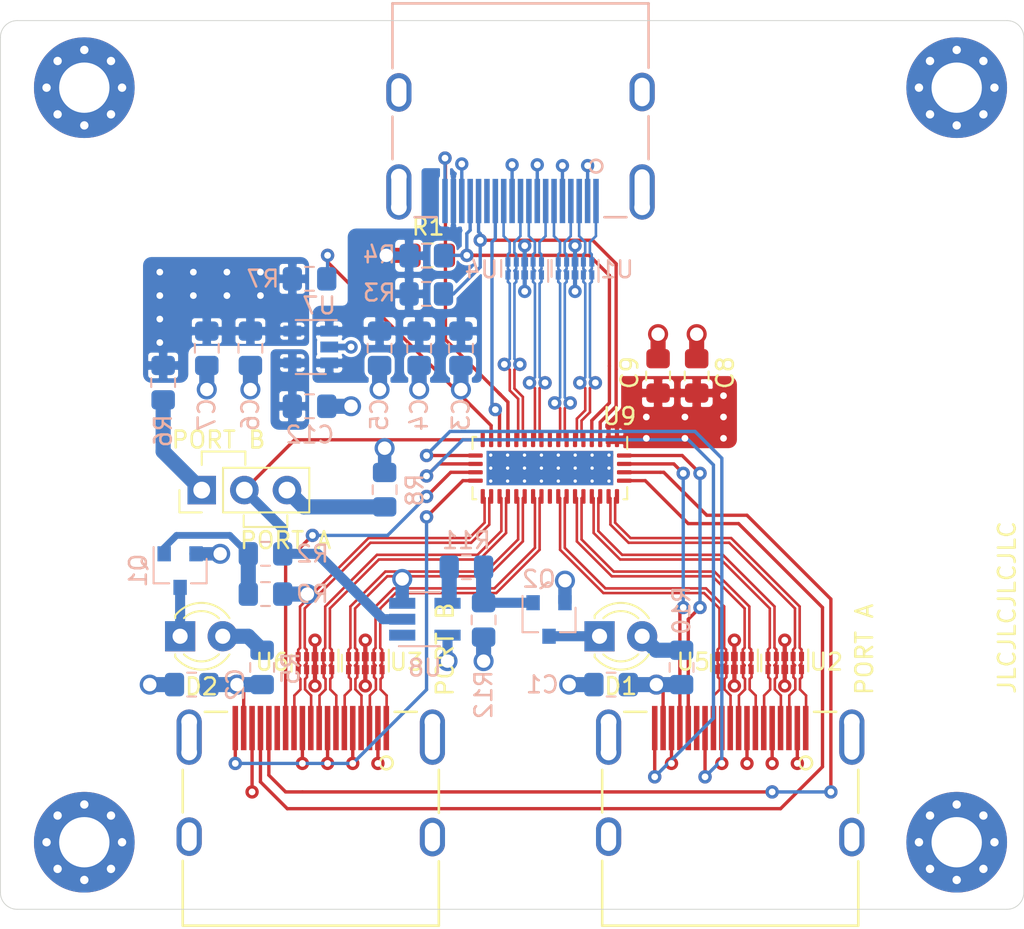
<source format=kicad_pcb>
(kicad_pcb (version 20171130) (host pcbnew "(5.1.6)-1")
  (layers (0 F.Cu signal) (1 GND power hide) (2 PWR power hide) (31 B.Cu signal) (34 B.Paste user) (35 F.Paste user) (36 B.SilkS user) (37 F.SilkS user) (38 B.Mask user) (39 F.Mask user) (44 Edge.Cuts user))
  (net 0 "")
  (net 1 GND)
  (net 2 +3V3)
  (net 3 +5V)
  (net 4 "Net-(D1-Pad2)")
  (net 5 "Net-(D2-Pad2)")
  (net 6 SCL_C)
  (net 7 SDA_C)
  (net 8 HPD_C)
  (net 9 SCL_A)
  (net 10 SDA_A)
  (net 11 HPD_A)
  (net 12 SCL_B)
  (net 13 SDA_B)
  (net 14 HPD_B)
  (net 15 SOURCE_SEL)
  (net 16 D2_C_P)
  (net 17 D2_C_N)
  (net 18 D1_C_P)
  (net 19 D1_C_N)
  (net 20 D0_C_P)
  (net 21 D0_C_N)
  (net 22 D2_A_P)
  (net 23 D2_A_N)
  (net 24 D1_A_P)
  (net 25 D1_A_N)
  (net 26 D0_A_P)
  (net 27 D0_A_N)
  (net 28 D2_B_P)
  (net 29 D2_B_N)
  (net 30 D1_B_P)
  (net 31 D1_B_N)
  (net 32 D0_B_P)
  (net 33 D0_B_N)
  (net 34 "Net-(C12-Pad1)")
  (net 35 "Net-(R6-Pad2)")
  (net 36 "Net-(R8-Pad1)")
  (net 37 CEC_C)
  (net 38 CEC_A)
  (net 39 CEC_B)
  (net 40 /A_ACTIVE)
  (net 41 "Net-(R7-Pad2)")
  (net 42 D3_C_P)
  (net 43 D3_C_N)
  (net 44 D3_A_P)
  (net 45 D3_A_N)
  (net 46 D3_B_P)
  (net 47 D3_B_N)
  (net 48 /B_ACTIVE)
  (net 49 "Net-(D1-Pad1)")
  (net 50 "Net-(D2-Pad1)")
  (net 51 "Net-(Q1-Pad1)")
  (net 52 "Net-(Q2-Pad1)")
  (net 53 "Net-(R11-Pad1)")
  (module Connector_PinHeader_2.54mm:PinHeader_1x03_P2.54mm_Vertical (layer F.Cu) (at 163.5 101 90)
    (fp_text reference SW1 hide)
    (fp_text value "MTS-102 A-2")
    (pad 3 thru_hole oval (at 0 5.08 90) (size 1.7 1.7) (drill 1) (layers *.Cu *.Mask) (net 36 "Net-(R8-Pad1)"))
    (pad 2 thru_hole oval (at 0 2.54 90) (size 1.7 1.7) (drill 1) (layers *.Cu *.Mask) (net 15 SOURCE_SEL))
    (pad 1 thru_hole rect (at 0 0 90) (size 1.7 1.7) (drill 1) (layers *.Cu *.Mask) (net 35 "Net-(R6-Pad2)"))
  )
  (module MountingHole:MountingHole_3mm_Pad_Via (layer F.Cu) (at 156.5 122)
    (fp_text reference H4 hide)
    (fp_text value MountingHole)
    (pad 1 thru_hole circle (at 1.59099 -1.59099) (size 0.8 0.8) (drill 0.5) (layers *.Cu *.Mask))
    (pad 1 thru_hole circle (at 0 -2.25) (size 0.8 0.8) (drill 0.5) (layers *.Cu *.Mask))
    (pad 1 thru_hole circle (at -1.59099 -1.59099) (size 0.8 0.8) (drill 0.5) (layers *.Cu *.Mask))
    (pad 1 thru_hole circle (at -2.25 0) (size 0.8 0.8) (drill 0.5) (layers *.Cu *.Mask))
    (pad 1 thru_hole circle (at -1.59099 1.59099) (size 0.8 0.8) (drill 0.5) (layers *.Cu *.Mask))
    (pad 1 thru_hole circle (at 0 2.25) (size 0.8 0.8) (drill 0.5) (layers *.Cu *.Mask))
    (pad 1 thru_hole circle (at 1.59099 1.59099) (size 0.8 0.8) (drill 0.5) (layers *.Cu *.Mask))
    (pad 1 thru_hole circle (at 2.25 0) (size 0.8 0.8) (drill 0.5) (layers *.Cu *.Mask))
    (pad 1 thru_hole circle (at 0 0) (size 6 6) (drill 3) (layers *.Cu *.Mask))
  )
  (module MountingHole:MountingHole_3mm_Pad_Via (layer F.Cu) (at 156.5 77)
    (fp_text reference H3 hide)
    (fp_text value MountingHole)
    (pad 1 thru_hole circle (at 1.59099 -1.59099) (size 0.8 0.8) (drill 0.5) (layers *.Cu *.Mask))
    (pad 1 thru_hole circle (at 0 -2.25) (size 0.8 0.8) (drill 0.5) (layers *.Cu *.Mask))
    (pad 1 thru_hole circle (at -1.59099 -1.59099) (size 0.8 0.8) (drill 0.5) (layers *.Cu *.Mask))
    (pad 1 thru_hole circle (at -2.25 0) (size 0.8 0.8) (drill 0.5) (layers *.Cu *.Mask))
    (pad 1 thru_hole circle (at -1.59099 1.59099) (size 0.8 0.8) (drill 0.5) (layers *.Cu *.Mask))
    (pad 1 thru_hole circle (at 0 2.25) (size 0.8 0.8) (drill 0.5) (layers *.Cu *.Mask))
    (pad 1 thru_hole circle (at 1.59099 1.59099) (size 0.8 0.8) (drill 0.5) (layers *.Cu *.Mask))
    (pad 1 thru_hole circle (at 2.25 0) (size 0.8 0.8) (drill 0.5) (layers *.Cu *.Mask))
    (pad 1 thru_hole circle (at 0 0) (size 6 6) (drill 3) (layers *.Cu *.Mask))
  )
  (module MountingHole:MountingHole_3mm_Pad_Via (layer F.Cu) (at 208.5 122)
    (fp_text reference H2 hide)
    (fp_text value MountingHole)
    (pad 1 thru_hole circle (at 1.59099 -1.59099) (size 0.8 0.8) (drill 0.5) (layers *.Cu *.Mask))
    (pad 1 thru_hole circle (at 0 -2.25) (size 0.8 0.8) (drill 0.5) (layers *.Cu *.Mask))
    (pad 1 thru_hole circle (at -1.59099 -1.59099) (size 0.8 0.8) (drill 0.5) (layers *.Cu *.Mask))
    (pad 1 thru_hole circle (at -2.25 0) (size 0.8 0.8) (drill 0.5) (layers *.Cu *.Mask))
    (pad 1 thru_hole circle (at -1.59099 1.59099) (size 0.8 0.8) (drill 0.5) (layers *.Cu *.Mask))
    (pad 1 thru_hole circle (at 0 2.25) (size 0.8 0.8) (drill 0.5) (layers *.Cu *.Mask))
    (pad 1 thru_hole circle (at 1.59099 1.59099) (size 0.8 0.8) (drill 0.5) (layers *.Cu *.Mask))
    (pad 1 thru_hole circle (at 2.25 0) (size 0.8 0.8) (drill 0.5) (layers *.Cu *.Mask))
    (pad 1 thru_hole circle (at 0 0) (size 6 6) (drill 3) (layers *.Cu *.Mask))
  )
  (module MountingHole:MountingHole_3mm_Pad_Via (layer F.Cu) (at 208.5 77)
    (fp_text reference H1 hide)
    (fp_text value MountingHole)
    (pad 1 thru_hole circle (at 1.59099 -1.59099) (size 0.8 0.8) (drill 0.5) (layers *.Cu *.Mask))
    (pad 1 thru_hole circle (at 0 -2.25) (size 0.8 0.8) (drill 0.5) (layers *.Cu *.Mask))
    (pad 1 thru_hole circle (at -1.59099 -1.59099) (size 0.8 0.8) (drill 0.5) (layers *.Cu *.Mask))
    (pad 1 thru_hole circle (at -2.25 0) (size 0.8 0.8) (drill 0.5) (layers *.Cu *.Mask))
    (pad 1 thru_hole circle (at -1.59099 1.59099) (size 0.8 0.8) (drill 0.5) (layers *.Cu *.Mask))
    (pad 1 thru_hole circle (at 0 2.25) (size 0.8 0.8) (drill 0.5) (layers *.Cu *.Mask))
    (pad 1 thru_hole circle (at 1.59099 1.59099) (size 0.8 0.8) (drill 0.5) (layers *.Cu *.Mask))
    (pad 1 thru_hole circle (at 2.25 0) (size 0.8 0.8) (drill 0.5) (layers *.Cu *.Mask))
    (pad 1 thru_hole circle (at 0 0) (size 6 6) (drill 3) (layers *.Cu *.Mask))
  )
  (module Package_TO_SOT_SMD:SOT-23-5_HandSoldering (layer B.Cu) (at 176.8 108.7)
    (fp_text reference U8 (at 0 2.9) (layer B.SilkS) (effects (justify mirror)))
    (fp_text value 74AHC1G04)
    (pad 5 smd rect (at 1.35 0.95) (size 1.56 0.65) (layers B.Cu B.Paste B.Mask) (net 2 +3V3))
    (pad 4 smd rect (at 1.35 -0.95) (size 1.56 0.65) (layers B.Cu B.Paste B.Mask) (net 53 "Net-(R11-Pad1)"))
    (pad 3 smd rect (at -1.35 -0.95) (size 1.56 0.65) (layers B.Cu B.Paste B.Mask) (net 1 GND))
    (pad 2 smd rect (at -1.35 0) (size 1.56 0.65) (layers B.Cu B.Paste B.Mask) (net 15 SOURCE_SEL))
    (pad 1 smd rect (at -1.35 0.95) (size 1.56 0.65) (layers B.Cu B.Paste B.Mask))
  )
  (module Resistor_SMD:R_0805_2012Metric_Pad1.15x1.40mm_HandSolder (layer B.Cu) (at 180.3 108.7416 90)
    (fp_text reference R12 (at -4.4584 0 270) (layer B.SilkS) (effects (justify mirror)))
    (fp_text value 1M)
    (pad 2 smd roundrect (at 1.025 0 90) (size 1.15 1.4) (layers B.Cu B.Paste B.Mask) (roundrect_rratio 0.217391) (net 52 "Net-(Q2-Pad1)"))
    (pad 1 smd roundrect (at -1.025 0 90) (size 1.15 1.4) (layers B.Cu B.Paste B.Mask) (roundrect_rratio 0.217391) (net 1 GND))
  )
  (module Resistor_SMD:R_0805_2012Metric_Pad1.15x1.40mm_HandSolder (layer B.Cu) (at 179.275 105.6)
    (fp_text reference R11 (at 0 -1.6 180) (layer B.SilkS) (effects (justify mirror)))
    (fp_text value 10)
    (pad 2 smd roundrect (at 1.025 0) (size 1.15 1.4) (layers B.Cu B.Paste B.Mask) (roundrect_rratio 0.217391) (net 52 "Net-(Q2-Pad1)"))
    (pad 1 smd roundrect (at -1.025 0) (size 1.15 1.4) (layers B.Cu B.Paste B.Mask) (roundrect_rratio 0.217391) (net 53 "Net-(R11-Pad1)"))
  )
  (module Resistor_SMD:R_0805_2012Metric_Pad1.15x1.40mm_HandSolder (layer B.Cu) (at 192.1 111.575 270)
    (fp_text reference R10 (at -3.4 0 270) (layer B.SilkS) (effects (justify mirror)))
    (fp_text value 200)
    (pad 2 smd roundrect (at 1.025 0 270) (size 1.15 1.4) (layers B.Cu B.Paste B.Mask) (roundrect_rratio 0.217391) (net 40 /A_ACTIVE))
    (pad 1 smd roundrect (at -1.025 0 270) (size 1.15 1.4) (layers B.Cu B.Paste B.Mask) (roundrect_rratio 0.217391) (net 4 "Net-(D1-Pad2)"))
  )
  (module Resistor_SMD:R_0805_2012Metric_Pad1.15x1.40mm_HandSolder (layer B.Cu) (at 167.3 107.2 180)
    (fp_text reference R9 (at -2.8 0) (layer B.SilkS) (effects (justify mirror)))
    (fp_text value 1M)
    (pad 2 smd roundrect (at 1.025 0 180) (size 1.15 1.4) (layers B.Cu B.Paste B.Mask) (roundrect_rratio 0.217391) (net 51 "Net-(Q1-Pad1)"))
    (pad 1 smd roundrect (at -1.025 0 180) (size 1.15 1.4) (layers B.Cu B.Paste B.Mask) (roundrect_rratio 0.217391) (net 1 GND))
  )
  (module Resistor_SMD:R_0805_2012Metric_Pad1.15x1.40mm_HandSolder (layer B.Cu) (at 167.3 104.8 180)
    (fp_text reference R2 (at -2.8 0) (layer B.SilkS) (effects (justify mirror)))
    (fp_text value 10)
    (pad 2 smd roundrect (at 1.025 0 180) (size 1.15 1.4) (layers B.Cu B.Paste B.Mask) (roundrect_rratio 0.217391) (net 51 "Net-(Q1-Pad1)"))
    (pad 1 smd roundrect (at -1.025 0 180) (size 1.15 1.4) (layers B.Cu B.Paste B.Mask) (roundrect_rratio 0.217391) (net 15 SOURCE_SEL))
  )
  (module Package_TO_SOT_SMD:SOT-23 (layer B.Cu) (at 184.2 108.7166 270)
    (fp_text reference Q2 (at -2.4166 0.6 180) (layer B.SilkS) (effects (justify mirror)))
    (fp_text value IRLML0030)
    (pad 3 smd rect (at 1 0 270) (size 0.9 0.8) (layers B.Cu B.Paste B.Mask) (net 49 "Net-(D1-Pad1)"))
    (pad 2 smd rect (at -1 -0.95 270) (size 0.9 0.8) (layers B.Cu B.Paste B.Mask) (net 1 GND))
    (pad 1 smd rect (at -1 0.95 270) (size 0.9 0.8) (layers B.Cu B.Paste B.Mask) (net 52 "Net-(Q2-Pad1)"))
  )
  (module Package_TO_SOT_SMD:SOT-23 (layer B.Cu) (at 162.210501 105.8 270)
    (fp_text reference Q1 (at 0 2.5 270) (layer B.SilkS) (effects (justify mirror)))
    (fp_text value IRLML0030)
    (pad 3 smd rect (at 1 0 270) (size 0.9 0.8) (layers B.Cu B.Paste B.Mask) (net 50 "Net-(D2-Pad1)"))
    (pad 2 smd rect (at -1 -0.95 270) (size 0.9 0.8) (layers B.Cu B.Paste B.Mask) (net 1 GND))
    (pad 1 smd rect (at -1 0.95 270) (size 0.9 0.8) (layers B.Cu B.Paste B.Mask) (net 51 "Net-(Q1-Pad1)"))
  )
  (module LED_THT:LED_D3.0mm_FlatTop (layer F.Cu) (at 187.210501 109.7166)
    (fp_text reference D1 (at 1.27 2.9834) (layer F.SilkS))
    (fp_text value "20mA Diode")
    (pad 2 thru_hole circle (at 2.54 0) (size 1.8 1.8) (drill 0.9) (layers *.Cu *.Mask) (net 4 "Net-(D1-Pad2)"))
    (pad 1 thru_hole rect (at 0 0) (size 1.8 1.8) (drill 0.9) (layers *.Cu *.Mask) (net 49 "Net-(D1-Pad1)"))
  )
  (module Capacitor_SMD:C_0805_2012Metric_Pad1.15x1.40mm_HandSolder (layer B.Cu) (at 162.9 112.6)
    (fp_text reference C2 (at 2.6 0 270) (layer B.SilkS) (effects (justify mirror)))
    (fp_text value 0.1uF)
    (pad 2 smd roundrect (at 1.025 0) (size 1.15 1.4) (layers B.Cu B.Paste B.Mask) (roundrect_rratio 0.217391) (net 48 /B_ACTIVE))
    (pad 1 smd roundrect (at -1.025 0) (size 1.15 1.4) (layers B.Cu B.Paste B.Mask) (roundrect_rratio 0.217391) (net 1 GND))
  )
  (module Capacitor_SMD:C_0805_2012Metric_Pad1.15x1.40mm_HandSolder (layer B.Cu) (at 187.9 112.6)
    (fp_text reference C1 (at -4.1 0) (layer B.SilkS) (effects (justify mirror)))
    (fp_text value 0.1uF)
    (pad 2 smd roundrect (at 1.025 0) (size 1.15 1.4) (layers B.Cu B.Paste B.Mask) (roundrect_rratio 0.217391) (net 40 /A_ACTIVE))
    (pad 1 smd roundrect (at -1.025 0) (size 1.15 1.4) (layers B.Cu B.Paste B.Mask) (roundrect_rratio 0.217391) (net 1 GND))
  )
  (module Package_SON:USON-10_2.5x1.0mm_P0.5mm (layer F.Cu) (at 195.25 111.31 270)
    (fp_text reference U5 (at -0.0675 2.45 180) (layer F.SilkS))
    (fp_text value ESD224)
    (pad 8 smd rect (at 0.385 0 180) (size 0.4 0.55) (layers F.Cu F.Paste F.Mask) (net 1 GND))
    (pad 10 smd rect (at 0.385 -1 180) (size 0.3 0.55) (layers F.Cu F.Paste F.Mask) (net 24 D1_A_P))
    (pad 7 smd rect (at 0.385 0.5 180) (size 0.3 0.55) (layers F.Cu F.Paste F.Mask) (net 26 D0_A_P))
    (pad 6 smd rect (at 0.385 1 180) (size 0.3 0.55) (layers F.Cu F.Paste F.Mask) (net 27 D0_A_N))
    (pad 9 smd rect (at 0.385 -0.5 180) (size 0.3 0.55) (layers F.Cu F.Paste F.Mask) (net 25 D1_A_N))
    (pad 5 smd rect (at -0.385 1 180) (size 0.3 0.55) (layers F.Cu F.Paste F.Mask) (net 27 D0_A_N))
    (pad 4 smd rect (at -0.385 0.5 180) (size 0.3 0.55) (layers F.Cu F.Paste F.Mask) (net 26 D0_A_P))
    (pad 3 smd rect (at -0.385 0 180) (size 0.4 0.55) (layers F.Cu F.Paste F.Mask) (net 1 GND))
    (pad 2 smd rect (at -0.385 -0.5 180) (size 0.3 0.55) (layers F.Cu F.Paste F.Mask) (net 25 D1_A_N))
    (pad 1 smd rect (at -0.385 -1 180) (size 0.3 0.55) (layers F.Cu F.Paste F.Mask) (net 24 D1_A_P))
  )
  (module Package_DFN_QFN:WQFN-42-1EP_3.5x9mm_P0.5mm_EP2.05x7.55mm_ThermalVias (layer F.Cu) (at 184.25 99.6875 270)
    (fp_text reference U9 (at -3.0875 -4.15 180) (layer F.SilkS))
    (fp_text value TS3DV642A0RUAR)
    (pad 1 smd roundrect (at -1.6875 -4 270) (size 0.875 0.25) (layers F.Cu F.Paste F.Mask) (net 2 +3V3))
    (pad 2 smd roundrect (at -1.6875 -3.5 270) (size 0.875 0.25) (layers F.Cu F.Paste F.Mask) (net 2 +3V3))
    (pad 3 smd roundrect (at -1.6875 -3 270) (size 0.875 0.25) (layers F.Cu F.Paste F.Mask) (net 6 SCL_C))
    (pad 4 smd roundrect (at -1.6875 -2.5 270) (size 0.875 0.25) (layers F.Cu F.Paste F.Mask) (net 7 SDA_C))
    (pad 5 smd roundrect (at -1.6875 -2 270) (size 0.875 0.25) (layers F.Cu F.Paste F.Mask) (net 42 D3_C_P))
    (pad 6 smd roundrect (at -1.6875 -1.5 270) (size 0.875 0.25) (layers F.Cu F.Paste F.Mask) (net 43 D3_C_N))
    (pad 7 smd roundrect (at -1.6875 -1 270) (size 0.875 0.25) (layers F.Cu F.Paste F.Mask) (net 16 D2_C_P))
    (pad 8 smd roundrect (at -1.6875 -0.5 270) (size 0.875 0.25) (layers F.Cu F.Paste F.Mask) (net 17 D2_C_N))
    (pad 9 smd roundrect (at -1.6875 0 270) (size 0.875 0.25) (layers F.Cu F.Paste F.Mask))
    (pad 10 smd roundrect (at -1.6875 0.5 270) (size 0.875 0.25) (layers F.Cu F.Paste F.Mask) (net 18 D1_C_P))
    (pad 11 smd roundrect (at -1.6875 1 270) (size 0.875 0.25) (layers F.Cu F.Paste F.Mask) (net 19 D1_C_N))
    (pad 12 smd roundrect (at -1.6875 1.5 270) (size 0.875 0.25) (layers F.Cu F.Paste F.Mask) (net 20 D0_C_P))
    (pad 13 smd roundrect (at -1.6875 2 270) (size 0.875 0.25) (layers F.Cu F.Paste F.Mask) (net 21 D0_C_N))
    (pad 14 smd roundrect (at -1.6875 2.5 270) (size 0.875 0.25) (layers F.Cu F.Paste F.Mask) (net 8 HPD_C))
    (pad 15 smd roundrect (at -1.6875 3 270) (size 0.875 0.25) (layers F.Cu F.Paste F.Mask) (net 37 CEC_C))
    (pad 16 smd roundrect (at -1.6875 3.5 270) (size 0.875 0.25) (layers F.Cu F.Paste F.Mask) (net 41 "Net-(R7-Pad2)"))
    (pad 17 smd roundrect (at -1.6875 4 270) (size 0.875 0.25) (layers F.Cu F.Paste F.Mask) (net 15 SOURCE_SEL))
    (pad 18 smd roundrect (at -0.75 4.4375 270) (size 0.25 0.875) (layers F.Cu F.Paste F.Mask) (net 38 CEC_A))
    (pad 19 smd roundrect (at -0.25 4.4375 270) (size 0.25 0.875) (layers F.Cu F.Paste F.Mask) (net 11 HPD_A))
    (pad 20 smd roundrect (at 0.25 4.4375 270) (size 0.25 0.875) (layers F.Cu F.Paste F.Mask) (net 39 CEC_B))
    (pad 21 smd roundrect (at 0.75 4.4375 270) (size 0.25 0.875) (layers F.Cu F.Paste F.Mask) (net 14 HPD_B))
    (pad 22 smd roundrect (at 1.6875 4 270) (size 0.875 0.25) (layers F.Cu F.Paste F.Mask) (net 33 D0_B_N))
    (pad 23 smd roundrect (at 1.6875 3.5 270) (size 0.875 0.25) (layers F.Cu F.Paste F.Mask) (net 32 D0_B_P))
    (pad 24 smd roundrect (at 1.6875 3 270) (size 0.875 0.25) (layers F.Cu F.Paste F.Mask) (net 31 D1_B_N))
    (pad 25 smd roundrect (at 1.6875 2.5 270) (size 0.875 0.25) (layers F.Cu F.Paste F.Mask) (net 30 D1_B_P))
    (pad 26 smd roundrect (at 1.6875 2 270) (size 0.875 0.25) (layers F.Cu F.Paste F.Mask) (net 29 D2_B_N))
    (pad 27 smd roundrect (at 1.6875 1.5 270) (size 0.875 0.25) (layers F.Cu F.Paste F.Mask) (net 28 D2_B_P))
    (pad 28 smd roundrect (at 1.6875 1 270) (size 0.875 0.25) (layers F.Cu F.Paste F.Mask) (net 47 D3_B_N))
    (pad 29 smd roundrect (at 1.6875 0.5 270) (size 0.875 0.25) (layers F.Cu F.Paste F.Mask) (net 46 D3_B_P))
    (pad 30 smd roundrect (at 1.6875 0 270) (size 0.875 0.25) (layers F.Cu F.Paste F.Mask))
    (pad 31 smd roundrect (at 1.6875 -0.5 270) (size 0.875 0.25) (layers F.Cu F.Paste F.Mask) (net 27 D0_A_N))
    (pad 32 smd roundrect (at 1.6875 -1 270) (size 0.875 0.25) (layers F.Cu F.Paste F.Mask) (net 26 D0_A_P))
    (pad 33 smd roundrect (at 1.6875 -1.5 270) (size 0.875 0.25) (layers F.Cu F.Paste F.Mask) (net 25 D1_A_N))
    (pad 34 smd roundrect (at 1.6875 -2 270) (size 0.875 0.25) (layers F.Cu F.Paste F.Mask) (net 24 D1_A_P))
    (pad 35 smd roundrect (at 1.6875 -2.5 270) (size 0.875 0.25) (layers F.Cu F.Paste F.Mask) (net 23 D2_A_N))
    (pad 36 smd roundrect (at 1.6875 -3 270) (size 0.875 0.25) (layers F.Cu F.Paste F.Mask) (net 22 D2_A_P))
    (pad 37 smd roundrect (at 1.6875 -3.5 270) (size 0.875 0.25) (layers F.Cu F.Paste F.Mask) (net 45 D3_A_N))
    (pad 38 smd roundrect (at 1.6875 -4 270) (size 0.875 0.25) (layers F.Cu F.Paste F.Mask) (net 44 D3_A_P))
    (pad 39 smd roundrect (at 0.75 -4.4375 270) (size 0.25 0.875) (layers F.Cu F.Paste F.Mask) (net 13 SDA_B))
    (pad 40 smd roundrect (at 0.25 -4.4375 270) (size 0.25 0.875) (layers F.Cu F.Paste F.Mask) (net 12 SCL_B))
    (pad 41 smd roundrect (at -0.25 -4.4375 270) (size 0.25 0.875) (layers F.Cu F.Paste F.Mask) (net 10 SDA_A))
    (pad 42 smd roundrect (at -0.75 -4.4375 270) (size 0.25 0.875) (layers F.Cu F.Paste F.Mask) (net 9 SCL_A))
    (pad 43 smd rect (at 0 0 270) (size 2.05 7.55) (layers F.Cu F.Mask) (net 1 GND))
    (pad 43 thru_hole circle (at -0.775 -3.525 270) (size 0.5 0.5) (drill 0.2) (layers *.Cu) (net 1 GND))
    (pad 43 thru_hole circle (at 0 -3.525 270) (size 0.5 0.5) (drill 0.2) (layers *.Cu) (net 1 GND))
    (pad 43 thru_hole circle (at 0.775 -3.525 270) (size 0.5 0.5) (drill 0.2) (layers *.Cu) (net 1 GND))
    (pad 43 thru_hole circle (at -0.775 -2.517857 270) (size 0.5 0.5) (drill 0.2) (layers *.Cu) (net 1 GND))
    (pad 43 thru_hole circle (at 0 -2.517857 270) (size 0.5 0.5) (drill 0.2) (layers *.Cu) (net 1 GND))
    (pad 43 thru_hole circle (at 0.775 -2.517857 270) (size 0.5 0.5) (drill 0.2) (layers *.Cu) (net 1 GND))
    (pad 43 thru_hole circle (at -0.775 -1.510714 270) (size 0.5 0.5) (drill 0.2) (layers *.Cu) (net 1 GND))
    (pad 43 thru_hole circle (at 0 -1.510714 270) (size 0.5 0.5) (drill 0.2) (layers *.Cu) (net 1 GND))
    (pad 43 thru_hole circle (at 0.775 -1.510714 270) (size 0.5 0.5) (drill 0.2) (layers *.Cu) (net 1 GND))
    (pad 43 thru_hole circle (at -0.775 -0.503571 270) (size 0.5 0.5) (drill 0.2) (layers *.Cu) (net 1 GND))
    (pad 43 thru_hole circle (at 0 -0.503571 270) (size 0.5 0.5) (drill 0.2) (layers *.Cu) (net 1 GND))
    (pad 43 thru_hole circle (at 0.775 -0.503571 270) (size 0.5 0.5) (drill 0.2) (layers *.Cu) (net 1 GND))
    (pad 43 thru_hole circle (at -0.775 0.503571 270) (size 0.5 0.5) (drill 0.2) (layers *.Cu) (net 1 GND))
    (pad 43 thru_hole circle (at 0 0.503571 270) (size 0.5 0.5) (drill 0.2) (layers *.Cu) (net 1 GND))
    (pad 43 thru_hole circle (at 0.775 0.503571 270) (size 0.5 0.5) (drill 0.2) (layers *.Cu) (net 1 GND))
    (pad 43 thru_hole circle (at -0.775 1.510714 270) (size 0.5 0.5) (drill 0.2) (layers *.Cu) (net 1 GND))
    (pad 43 thru_hole circle (at 0 1.510714 270) (size 0.5 0.5) (drill 0.2) (layers *.Cu) (net 1 GND))
    (pad 43 thru_hole circle (at 0.775 1.510714 270) (size 0.5 0.5) (drill 0.2) (layers *.Cu) (net 1 GND))
    (pad 43 thru_hole circle (at -0.775 2.517857 270) (size 0.5 0.5) (drill 0.2) (layers *.Cu) (net 1 GND))
    (pad 43 thru_hole circle (at 0 2.517857 270) (size 0.5 0.5) (drill 0.2) (layers *.Cu) (net 1 GND))
    (pad 43 thru_hole circle (at 0.775 2.517857 270) (size 0.5 0.5) (drill 0.2) (layers *.Cu) (net 1 GND))
    (pad 43 thru_hole circle (at -0.775 3.525 270) (size 0.5 0.5) (drill 0.2) (layers *.Cu) (net 1 GND))
    (pad 43 thru_hole circle (at 0 3.525 270) (size 0.5 0.5) (drill 0.2) (layers *.Cu) (net 1 GND))
    (pad 43 thru_hole circle (at 0.775 3.525 270) (size 0.5 0.5) (drill 0.2) (layers *.Cu) (net 1 GND))
    (pad 43 smd rect (at 0 0 270) (size 2.05 7.55) (layers B.Cu) (net 1 GND))
  )
  (module Resistor_SMD:R_0805_2012Metric_Pad1.15x1.40mm_HandSolder (layer B.Cu) (at 169.925 88.4)
    (fp_text reference R7 (at -2.775 0) (layer B.SilkS) (effects (justify mirror)))
    (fp_text value 10k)
    (pad 1 smd roundrect (at -1.025 0) (size 1.15 1.4) (layers B.Cu B.Paste B.Mask) (roundrect_rratio 0.217391) (net 2 +3V3))
    (pad 2 smd roundrect (at 1.025 0) (size 1.15 1.4) (layers B.Cu B.Paste B.Mask) (roundrect_rratio 0.217391) (net 41 "Net-(R7-Pad2)"))
  )
  (module Resistor_SMD:R_0805_2012Metric_Pad1.15x1.40mm_HandSolder (layer B.Cu) (at 161.2 94.5916 270)
    (fp_text reference R6 (at 2.875 0 270) (layer B.SilkS) (effects (justify mirror)))
    (fp_text value 10k)
    (pad 2 smd roundrect (at 1.025 0 270) (size 1.15 1.4) (layers B.Cu B.Paste B.Mask) (roundrect_rratio 0.217391) (net 35 "Net-(R6-Pad2)"))
    (pad 1 smd roundrect (at -1.025 0 270) (size 1.15 1.4) (layers B.Cu B.Paste B.Mask) (roundrect_rratio 0.217391) (net 2 +3V3))
  )
  (module Resistor_SMD:R_0805_2012Metric_Pad1.15x1.40mm_HandSolder (layer F.Cu) (at 177 87 180)
    (fp_text reference R1 (at 0 1.7) (layer F.SilkS))
    (fp_text value 100k)
    (pad 1 smd roundrect (at -1.025 0 180) (size 1.15 1.4) (layers F.Cu F.Paste F.Mask) (roundrect_rratio 0.217391) (net 8 HPD_C))
    (pad 2 smd roundrect (at 1.025 0 180) (size 1.15 1.4) (layers F.Cu F.Paste F.Mask) (roundrect_rratio 0.217391) (net 1 GND))
  )
  (module Package_SON:USON-10_2.5x1.0mm_P0.5mm (layer F.Cu) (at 170.25 111.32 270)
    (fp_text reference U6 (at -0.0675 2.55 180) (layer F.SilkS))
    (fp_text value ESD224)
    (pad 1 smd rect (at -0.385 -1 180) (size 0.3 0.55) (layers F.Cu F.Paste F.Mask) (net 30 D1_B_P))
    (pad 2 smd rect (at -0.385 -0.5 180) (size 0.3 0.55) (layers F.Cu F.Paste F.Mask) (net 31 D1_B_N))
    (pad 3 smd rect (at -0.385 0 180) (size 0.4 0.55) (layers F.Cu F.Paste F.Mask) (net 1 GND))
    (pad 4 smd rect (at -0.385 0.5 180) (size 0.3 0.55) (layers F.Cu F.Paste F.Mask) (net 32 D0_B_P))
    (pad 5 smd rect (at -0.385 1 180) (size 0.3 0.55) (layers F.Cu F.Paste F.Mask) (net 33 D0_B_N))
    (pad 9 smd rect (at 0.385 -0.5 180) (size 0.3 0.55) (layers F.Cu F.Paste F.Mask) (net 31 D1_B_N))
    (pad 6 smd rect (at 0.385 1 180) (size 0.3 0.55) (layers F.Cu F.Paste F.Mask) (net 33 D0_B_N))
    (pad 7 smd rect (at 0.385 0.5 180) (size 0.3 0.55) (layers F.Cu F.Paste F.Mask) (net 32 D0_B_P))
    (pad 10 smd rect (at 0.385 -1 180) (size 0.3 0.55) (layers F.Cu F.Paste F.Mask) (net 30 D1_B_P))
    (pad 8 smd rect (at 0.385 0 180) (size 0.4 0.55) (layers F.Cu F.Paste F.Mask) (net 1 GND))
  )
  (module Package_SON:USON-10_2.5x1.0mm_P0.5mm (layer B.Cu) (at 182.75 87.78 90)
    (fp_text reference U4 (at -0.0675 -2.58 180) (layer B.SilkS) (effects (justify mirror)))
    (fp_text value ESD224)
    (pad 1 smd rect (at -0.385 1 180) (size 0.3 0.55) (layers B.Cu B.Paste B.Mask) (net 18 D1_C_P))
    (pad 2 smd rect (at -0.385 0.5 180) (size 0.3 0.55) (layers B.Cu B.Paste B.Mask) (net 19 D1_C_N))
    (pad 3 smd rect (at -0.385 0 180) (size 0.4 0.55) (layers B.Cu B.Paste B.Mask) (net 1 GND))
    (pad 4 smd rect (at -0.385 -0.5 180) (size 0.3 0.55) (layers B.Cu B.Paste B.Mask) (net 20 D0_C_P))
    (pad 5 smd rect (at -0.385 -1 180) (size 0.3 0.55) (layers B.Cu B.Paste B.Mask) (net 21 D0_C_N))
    (pad 9 smd rect (at 0.385 0.5 180) (size 0.3 0.55) (layers B.Cu B.Paste B.Mask) (net 19 D1_C_N))
    (pad 6 smd rect (at 0.385 -1 180) (size 0.3 0.55) (layers B.Cu B.Paste B.Mask) (net 21 D0_C_N))
    (pad 7 smd rect (at 0.385 -0.5 180) (size 0.3 0.55) (layers B.Cu B.Paste B.Mask) (net 20 D0_C_P))
    (pad 10 smd rect (at 0.385 1 180) (size 0.3 0.55) (layers B.Cu B.Paste B.Mask) (net 18 D1_C_P))
    (pad 8 smd rect (at 0.385 0 180) (size 0.4 0.55) (layers B.Cu B.Paste B.Mask) (net 1 GND))
  )
  (module Package_SON:USON-10_2.5x1.0mm_P0.5mm (layer F.Cu) (at 198.25 111.31 270)
    (fp_text reference U2 (at -0.0675 -2.475 180) (layer F.SilkS))
    (fp_text value ESD224)
    (pad 8 smd rect (at 0.385 0 180) (size 0.4 0.55) (layers F.Cu F.Paste F.Mask) (net 1 GND))
    (pad 10 smd rect (at 0.385 -1 180) (size 0.3 0.55) (layers F.Cu F.Paste F.Mask) (net 44 D3_A_P))
    (pad 7 smd rect (at 0.385 0.5 180) (size 0.3 0.55) (layers F.Cu F.Paste F.Mask) (net 22 D2_A_P))
    (pad 6 smd rect (at 0.385 1 180) (size 0.3 0.55) (layers F.Cu F.Paste F.Mask) (net 23 D2_A_N))
    (pad 9 smd rect (at 0.385 -0.5 180) (size 0.3 0.55) (layers F.Cu F.Paste F.Mask) (net 45 D3_A_N))
    (pad 5 smd rect (at -0.385 1 180) (size 0.3 0.55) (layers F.Cu F.Paste F.Mask) (net 23 D2_A_N))
    (pad 4 smd rect (at -0.385 0.5 180) (size 0.3 0.55) (layers F.Cu F.Paste F.Mask) (net 22 D2_A_P))
    (pad 3 smd rect (at -0.385 0 180) (size 0.4 0.55) (layers F.Cu F.Paste F.Mask) (net 1 GND))
    (pad 2 smd rect (at -0.385 -0.5 180) (size 0.3 0.55) (layers F.Cu F.Paste F.Mask) (net 45 D3_A_N))
    (pad 1 smd rect (at -0.385 -1 180) (size 0.3 0.55) (layers F.Cu F.Paste F.Mask) (net 44 D3_A_P))
  )
  (module Package_SON:USON-10_2.5x1.0mm_P0.5mm (layer B.Cu) (at 185.75 87.78 90)
    (fp_text reference U1 (at -0.0675 2.5 180) (layer B.SilkS) (effects (justify mirror)))
    (fp_text value ESD224)
    (pad 1 smd rect (at -0.385 1 180) (size 0.3 0.55) (layers B.Cu B.Paste B.Mask) (net 42 D3_C_P))
    (pad 2 smd rect (at -0.385 0.5 180) (size 0.3 0.55) (layers B.Cu B.Paste B.Mask) (net 43 D3_C_N))
    (pad 3 smd rect (at -0.385 0 180) (size 0.4 0.55) (layers B.Cu B.Paste B.Mask) (net 1 GND))
    (pad 4 smd rect (at -0.385 -0.5 180) (size 0.3 0.55) (layers B.Cu B.Paste B.Mask) (net 16 D2_C_P))
    (pad 5 smd rect (at -0.385 -1 180) (size 0.3 0.55) (layers B.Cu B.Paste B.Mask) (net 17 D2_C_N))
    (pad 9 smd rect (at 0.385 0.5 180) (size 0.3 0.55) (layers B.Cu B.Paste B.Mask) (net 43 D3_C_N))
    (pad 6 smd rect (at 0.385 -1 180) (size 0.3 0.55) (layers B.Cu B.Paste B.Mask) (net 17 D2_C_N))
    (pad 7 smd rect (at 0.385 -0.5 180) (size 0.3 0.55) (layers B.Cu B.Paste B.Mask) (net 16 D2_C_P))
    (pad 10 smd rect (at 0.385 1 180) (size 0.3 0.55) (layers B.Cu B.Paste B.Mask) (net 42 D3_C_P))
    (pad 8 smd rect (at 0.385 0 180) (size 0.4 0.55) (layers B.Cu B.Paste B.Mask) (net 1 GND))
  )
  (module Package_SON:USON-10_2.5x1.0mm_P0.5mm (layer F.Cu) (at 173.25 111.32 270)
    (fp_text reference U3 (at -0.0675 -2.45 180) (layer F.SilkS))
    (fp_text value ESD224)
    (pad 1 smd rect (at -0.385 -1 180) (size 0.3 0.55) (layers F.Cu F.Paste F.Mask) (net 46 D3_B_P))
    (pad 2 smd rect (at -0.385 -0.5 180) (size 0.3 0.55) (layers F.Cu F.Paste F.Mask) (net 47 D3_B_N))
    (pad 3 smd rect (at -0.385 0 180) (size 0.4 0.55) (layers F.Cu F.Paste F.Mask) (net 1 GND))
    (pad 4 smd rect (at -0.385 0.5 180) (size 0.3 0.55) (layers F.Cu F.Paste F.Mask) (net 28 D2_B_P))
    (pad 5 smd rect (at -0.385 1 180) (size 0.3 0.55) (layers F.Cu F.Paste F.Mask) (net 29 D2_B_N))
    (pad 9 smd rect (at 0.385 -0.5 180) (size 0.3 0.55) (layers F.Cu F.Paste F.Mask) (net 47 D3_B_N))
    (pad 6 smd rect (at 0.385 1 180) (size 0.3 0.55) (layers F.Cu F.Paste F.Mask) (net 29 D2_B_N))
    (pad 7 smd rect (at 0.385 0.5 180) (size 0.3 0.55) (layers F.Cu F.Paste F.Mask) (net 28 D2_B_P))
    (pad 10 smd rect (at 0.385 -1 180) (size 0.3 0.55) (layers F.Cu F.Paste F.Mask) (net 46 D3_B_P))
    (pad 8 smd rect (at 0.385 0 180) (size 0.4 0.55) (layers F.Cu F.Paste F.Mask) (net 1 GND))
  )
  (module Package_TO_SOT_SMD:SOT-23-5 (layer B.Cu) (at 170 92.4666 180)
    (fp_text reference U7 (at -0.5 2.4666) (layer B.SilkS) (effects (justify mirror)))
    (fp_text value LP2985-3.3)
    (pad 5 smd rect (at 1.1 0.95 180) (size 1.06 0.65) (layers B.Cu B.Paste B.Mask) (net 2 +3V3))
    (pad 4 smd rect (at 1.1 -0.95 180) (size 1.06 0.65) (layers B.Cu B.Paste B.Mask) (net 34 "Net-(C12-Pad1)"))
    (pad 3 smd rect (at -1.1 -0.95 180) (size 1.06 0.65) (layers B.Cu B.Paste B.Mask) (net 3 +5V))
    (pad 2 smd rect (at -1.1 0 180) (size 1.06 0.65) (layers B.Cu B.Paste B.Mask) (net 1 GND))
    (pad 1 smd rect (at -1.1 0.95 180) (size 1.06 0.65) (layers B.Cu B.Paste B.Mask) (net 3 +5V))
  )
  (module Resistor_SMD:R_0805_2012Metric_Pad1.15x1.40mm_HandSolder (layer B.Cu) (at 167.1 111.575 270)
    (fp_text reference R5 (at 0.0584 -1.7 270) (layer B.SilkS) (effects (justify mirror)))
    (fp_text value 200)
    (pad 2 smd roundrect (at 1.025 0 270) (size 1.15 1.4) (layers B.Cu B.Paste B.Mask) (roundrect_rratio 0.217391) (net 48 /B_ACTIVE))
    (pad 1 smd roundrect (at -1.025 0 270) (size 1.15 1.4) (layers B.Cu B.Paste B.Mask) (roundrect_rratio 0.217391) (net 5 "Net-(D2-Pad2)"))
  )
  (module Resistor_SMD:R_0805_2012Metric_Pad1.15x1.40mm_HandSolder (layer B.Cu) (at 176.885 87.025)
    (fp_text reference R4 (at -2.8 -0.0675) (layer B.SilkS) (effects (justify mirror)))
    (fp_text value 2k)
    (pad 1 smd roundrect (at -1.025 0) (size 1.15 1.4) (layers B.Cu B.Paste B.Mask) (roundrect_rratio 0.217391) (net 3 +5V))
    (pad 2 smd roundrect (at 1.025 0) (size 1.15 1.4) (layers B.Cu B.Paste B.Mask) (roundrect_rratio 0.217391) (net 7 SDA_C))
  )
  (module Resistor_SMD:R_0805_2012Metric_Pad1.15x1.40mm_HandSolder (layer B.Cu) (at 176.885 89.3)
    (fp_text reference R3 (at -2.8 -0.0675) (layer B.SilkS) (effects (justify mirror)))
    (fp_text value 2k)
    (pad 1 smd roundrect (at -1.025 0) (size 1.15 1.4) (layers B.Cu B.Paste B.Mask) (roundrect_rratio 0.217391) (net 3 +5V))
    (pad 2 smd roundrect (at 1.025 0) (size 1.15 1.4) (layers B.Cu B.Paste B.Mask) (roundrect_rratio 0.217391) (net 6 SCL_C))
  )
  (module Resistor_SMD:R_0805_2012Metric_Pad1.15x1.40mm_HandSolder (layer B.Cu) (at 174.4 100.975 90)
    (fp_text reference R8 (at -0.025 1.8 90) (layer B.SilkS) (effects (justify mirror)))
    (fp_text value 10k)
    (pad 1 smd roundrect (at -1.025 0 90) (size 1.15 1.4) (layers B.Cu B.Paste B.Mask) (roundrect_rratio 0.217391) (net 36 "Net-(R8-Pad1)"))
    (pad 2 smd roundrect (at 1.025 0 90) (size 1.15 1.4) (layers B.Cu B.Paste B.Mask) (roundrect_rratio 0.217391) (net 1 GND))
  )
  (module Connector_HDMI:47151-0002_MOLEX (layer F.Cu) (at 170 120.6)
    (fp_text reference J3 hide)
    (fp_text value HDMI_A)
    (pad S3 thru_hole oval (at -7.249998 1.066201 180) (size 1.5 2.3) (drill oval 0.9 1.7) (layers *.Cu *.Mask))
    (pad S4 thru_hole oval (at 7.249998 1.091601 180) (size 1.5 2.3) (drill oval 0.9 1.7) (layers *.Cu *.Mask))
    (pad S2 thru_hole oval (at 7.249998 -4.8684) (size 1.5 3.3) (drill oval 0.9 2.7) (layers *.Cu *.Mask))
    (pad S1 thru_hole oval (at -7.249998 -4.8684) (size 1.5 3.3) (drill oval 0.9 2.7) (layers *.Cu *.Mask))
    (pad 1 smd rect (at 4.500001 -5.408399) (size 0.3302 2.6416) (layers F.Cu F.Paste F.Mask) (net 46 D3_B_P))
    (pad 2 smd rect (at 4 -5.408399) (size 0.3302 2.6416) (layers F.Cu F.Paste F.Mask) (net 1 GND))
    (pad 3 smd rect (at 3.500001 -5.408399) (size 0.3302 2.6416) (layers F.Cu F.Paste F.Mask) (net 47 D3_B_N))
    (pad 4 smd rect (at 2.999999 -5.408399) (size 0.3302 2.6416) (layers F.Cu F.Paste F.Mask) (net 28 D2_B_P))
    (pad 5 smd rect (at 2.5 -5.408399) (size 0.3302 2.6416) (layers F.Cu F.Paste F.Mask) (net 1 GND))
    (pad 6 smd rect (at 2.000001 -5.408399) (size 0.3302 2.6416) (layers F.Cu F.Paste F.Mask) (net 29 D2_B_N))
    (pad 7 smd rect (at 1.5 -5.408399) (size 0.3302 2.6416) (layers F.Cu F.Paste F.Mask) (net 30 D1_B_P))
    (pad 8 smd rect (at 1.000001 -5.408399) (size 0.3302 2.6416) (layers F.Cu F.Paste F.Mask) (net 1 GND))
    (pad 9 smd rect (at 0.499999 -5.408399) (size 0.3302 2.6416) (layers F.Cu F.Paste F.Mask) (net 31 D1_B_N))
    (pad 10 smd rect (at 0 -5.408399) (size 0.3302 2.6416) (layers F.Cu F.Paste F.Mask) (net 32 D0_B_P))
    (pad 11 smd rect (at -0.499999 -5.408399) (size 0.3302 2.6416) (layers F.Cu F.Paste F.Mask) (net 1 GND))
    (pad 12 smd rect (at -1.000001 -5.408399) (size 0.3302 2.6416) (layers F.Cu F.Paste F.Mask) (net 33 D0_B_N))
    (pad 13 smd rect (at -1.5 -5.408399) (size 0.3302 2.6416) (layers F.Cu F.Paste F.Mask) (net 39 CEC_B))
    (pad 14 smd rect (at -2.000001 -5.408399) (size 0.3302 2.6416) (layers F.Cu F.Paste F.Mask))
    (pad 15 smd rect (at -2.5 -5.408399) (size 0.3302 2.6416) (layers F.Cu F.Paste F.Mask) (net 12 SCL_B))
    (pad 16 smd rect (at -2.999999 -5.408399) (size 0.3302 2.6416) (layers F.Cu F.Paste F.Mask) (net 13 SDA_B))
    (pad 17 smd rect (at -3.500001 -5.408399) (size 0.3302 2.6416) (layers F.Cu F.Paste F.Mask) (net 1 GND))
    (pad 18 smd rect (at -4 -5.408399) (size 0.3302 2.6416) (layers F.Cu F.Paste F.Mask) (net 48 /B_ACTIVE))
    (pad 19 smd rect (at -4.500001 -5.408399) (size 0.3302 2.6416) (layers F.Cu F.Paste F.Mask) (net 14 HPD_B))
    (pad S_1_H1 np_thru_hole circle (at -7.249998 -5.7828) (size 0.9398 0.9398) (drill 0.9398) (layers *.Cu *.Mask))
    (pad S_1_H2 np_thru_hole circle (at -7.249998 -3.954) (size 0.9398 0.9398) (drill 0.9398) (layers *.Cu *.Mask))
    (pad S_2_H1 np_thru_hole circle (at 7.249998 -5.7828) (size 0.9398 0.9398) (drill 0.9398) (layers *.Cu *.Mask))
  )
  (module Connector_HDMI:47151-0002_MOLEX (layer F.Cu) (at 195 120.6)
    (fp_text reference J2 hide)
    (fp_text value HDMI_A)
    (pad S3 thru_hole oval (at -7.249998 1.066201 180) (size 1.5 2.3) (drill oval 0.9 1.7) (layers *.Cu *.Mask))
    (pad S4 thru_hole oval (at 7.249998 1.091601 180) (size 1.5 2.3) (drill oval 0.9 1.7) (layers *.Cu *.Mask))
    (pad S2 thru_hole oval (at 7.249998 -4.8684) (size 1.5 3.3) (drill oval 0.9 2.7) (layers *.Cu *.Mask))
    (pad S1 thru_hole oval (at -7.249998 -4.8684) (size 1.5 3.3) (drill oval 0.9 2.7) (layers *.Cu *.Mask))
    (pad 1 smd rect (at 4.500001 -5.408399) (size 0.3302 2.6416) (layers F.Cu F.Paste F.Mask) (net 44 D3_A_P))
    (pad 2 smd rect (at 4 -5.408399) (size 0.3302 2.6416) (layers F.Cu F.Paste F.Mask) (net 1 GND))
    (pad 3 smd rect (at 3.500001 -5.408399) (size 0.3302 2.6416) (layers F.Cu F.Paste F.Mask) (net 45 D3_A_N))
    (pad 4 smd rect (at 2.999999 -5.408399) (size 0.3302 2.6416) (layers F.Cu F.Paste F.Mask) (net 22 D2_A_P))
    (pad 5 smd rect (at 2.5 -5.408399) (size 0.3302 2.6416) (layers F.Cu F.Paste F.Mask) (net 1 GND))
    (pad 6 smd rect (at 2.000001 -5.408399) (size 0.3302 2.6416) (layers F.Cu F.Paste F.Mask) (net 23 D2_A_N))
    (pad 7 smd rect (at 1.5 -5.408399) (size 0.3302 2.6416) (layers F.Cu F.Paste F.Mask) (net 24 D1_A_P))
    (pad 8 smd rect (at 1.000001 -5.408399) (size 0.3302 2.6416) (layers F.Cu F.Paste F.Mask) (net 1 GND))
    (pad 9 smd rect (at 0.499999 -5.408399) (size 0.3302 2.6416) (layers F.Cu F.Paste F.Mask) (net 25 D1_A_N))
    (pad 10 smd rect (at 0 -5.408399) (size 0.3302 2.6416) (layers F.Cu F.Paste F.Mask) (net 26 D0_A_P))
    (pad 11 smd rect (at -0.499999 -5.408399) (size 0.3302 2.6416) (layers F.Cu F.Paste F.Mask) (net 1 GND))
    (pad 12 smd rect (at -1.000001 -5.408399) (size 0.3302 2.6416) (layers F.Cu F.Paste F.Mask) (net 27 D0_A_N))
    (pad 13 smd rect (at -1.5 -5.408399) (size 0.3302 2.6416) (layers F.Cu F.Paste F.Mask) (net 38 CEC_A))
    (pad 14 smd rect (at -2.000001 -5.408399) (size 0.3302 2.6416) (layers F.Cu F.Paste F.Mask))
    (pad 15 smd rect (at -2.5 -5.408399) (size 0.3302 2.6416) (layers F.Cu F.Paste F.Mask) (net 9 SCL_A))
    (pad 16 smd rect (at -2.999999 -5.408399) (size 0.3302 2.6416) (layers F.Cu F.Paste F.Mask) (net 10 SDA_A))
    (pad 17 smd rect (at -3.500001 -5.408399) (size 0.3302 2.6416) (layers F.Cu F.Paste F.Mask) (net 1 GND))
    (pad 18 smd rect (at -4 -5.408399) (size 0.3302 2.6416) (layers F.Cu F.Paste F.Mask) (net 40 /A_ACTIVE))
    (pad 19 smd rect (at -4.500001 -5.408399) (size 0.3302 2.6416) (layers F.Cu F.Paste F.Mask) (net 11 HPD_A))
    (pad S_1_H1 np_thru_hole circle (at -7.249998 -5.7828) (size 0.9398 0.9398) (drill 0.9398) (layers *.Cu *.Mask))
    (pad S_1_H2 np_thru_hole circle (at -7.249998 -3.954) (size 0.9398 0.9398) (drill 0.9398) (layers *.Cu *.Mask))
    (pad S_2_H1 np_thru_hole circle (at 7.249998 -5.7828) (size 0.9398 0.9398) (drill 0.9398) (layers *.Cu *.Mask))
  )
  (module Connector_HDMI:47151-0002_MOLEX (layer B.Cu) (at 182.5 78.35)
    (fp_text reference J1 hide)
    (fp_text value HDMI_A)
    (pad S3 thru_hole oval (at -7.249998 -1.066201 180) (size 1.5 2.3) (drill oval 0.9 1.7) (layers *.Cu *.Mask))
    (pad S4 thru_hole oval (at 7.249998 -1.091601 180) (size 1.5 2.3) (drill oval 0.9 1.7) (layers *.Cu *.Mask))
    (pad S2 thru_hole oval (at 7.249998 4.8684) (size 1.5 3.3) (drill oval 0.9 2.7) (layers *.Cu *.Mask))
    (pad S1 thru_hole oval (at -7.249998 4.8684) (size 1.5 3.3) (drill oval 0.9 2.7) (layers *.Cu *.Mask))
    (pad 1 smd rect (at 4.500001 5.408399) (size 0.3302 2.6416) (layers B.Cu B.Paste B.Mask) (net 42 D3_C_P))
    (pad 2 smd rect (at 4 5.408399) (size 0.3302 2.6416) (layers B.Cu B.Paste B.Mask) (net 1 GND))
    (pad 3 smd rect (at 3.500001 5.408399) (size 0.3302 2.6416) (layers B.Cu B.Paste B.Mask) (net 43 D3_C_N))
    (pad 4 smd rect (at 2.999999 5.408399) (size 0.3302 2.6416) (layers B.Cu B.Paste B.Mask) (net 16 D2_C_P))
    (pad 5 smd rect (at 2.5 5.408399) (size 0.3302 2.6416) (layers B.Cu B.Paste B.Mask) (net 1 GND))
    (pad 6 smd rect (at 2.000001 5.408399) (size 0.3302 2.6416) (layers B.Cu B.Paste B.Mask) (net 17 D2_C_N))
    (pad 7 smd rect (at 1.5 5.408399) (size 0.3302 2.6416) (layers B.Cu B.Paste B.Mask) (net 18 D1_C_P))
    (pad 8 smd rect (at 1.000001 5.408399) (size 0.3302 2.6416) (layers B.Cu B.Paste B.Mask) (net 1 GND))
    (pad 9 smd rect (at 0.499999 5.408399) (size 0.3302 2.6416) (layers B.Cu B.Paste B.Mask) (net 19 D1_C_N))
    (pad 10 smd rect (at 0 5.408399) (size 0.3302 2.6416) (layers B.Cu B.Paste B.Mask) (net 20 D0_C_P))
    (pad 11 smd rect (at -0.499999 5.408399) (size 0.3302 2.6416) (layers B.Cu B.Paste B.Mask) (net 1 GND))
    (pad 12 smd rect (at -1.000001 5.408399) (size 0.3302 2.6416) (layers B.Cu B.Paste B.Mask) (net 21 D0_C_N))
    (pad 13 smd rect (at -1.5 5.408399) (size 0.3302 2.6416) (layers B.Cu B.Paste B.Mask) (net 37 CEC_C))
    (pad 14 smd rect (at -2.000001 5.408399) (size 0.3302 2.6416) (layers B.Cu B.Paste B.Mask))
    (pad 15 smd rect (at -2.5 5.408399) (size 0.3302 2.6416) (layers B.Cu B.Paste B.Mask) (net 6 SCL_C))
    (pad 16 smd rect (at -2.999999 5.408399) (size 0.3302 2.6416) (layers B.Cu B.Paste B.Mask) (net 7 SDA_C))
    (pad 17 smd rect (at -3.500001 5.408399) (size 0.3302 2.6416) (layers B.Cu B.Paste B.Mask) (net 1 GND))
    (pad 18 smd rect (at -4 5.408399) (size 0.3302 2.6416) (layers B.Cu B.Paste B.Mask) (net 3 +5V))
    (pad 19 smd rect (at -4.500001 5.408399) (size 0.3302 2.6416) (layers B.Cu B.Paste B.Mask) (net 8 HPD_C))
    (pad S_1_H1 np_thru_hole circle (at -7.249998 5.7828) (size 0.9398 0.9398) (drill 0.9398) (layers *.Cu *.Mask))
    (pad S_1_H2 np_thru_hole circle (at -7.249998 3.954) (size 0.9398 0.9398) (drill 0.9398) (layers *.Cu *.Mask))
    (pad S_2_H1 np_thru_hole circle (at 7.249998 5.7828) (size 0.9398 0.9398) (drill 0.9398) (layers *.Cu *.Mask))
  )
  (module LED_THT:LED_D3.0mm_FlatTop (layer F.Cu) (at 162.210501 109.7166)
    (fp_text reference D2 (at 1.274999 3 180) (layer F.SilkS))
    (fp_text value "20mA Diode")
    (pad 2 thru_hole circle (at 2.54 0) (size 1.8 1.8) (drill 0.9) (layers *.Cu *.Mask) (net 5 "Net-(D2-Pad2)"))
    (pad 1 thru_hole rect (at 0 0) (size 1.8 1.8) (drill 0.9) (layers *.Cu *.Mask) (net 50 "Net-(D2-Pad1)"))
  )
  (module Capacitor_SMD:C_0805_2012Metric_Pad1.15x1.40mm_HandSolder (layer B.Cu) (at 163.8 92.5416 270)
    (fp_text reference C7 (at 3.9584 0 270) (layer B.SilkS) (effects (justify mirror)))
    (fp_text value 4.7uF)
    (pad 2 smd roundrect (at 1.025 0 270) (size 1.15 1.4) (layers B.Cu B.Paste B.Mask) (roundrect_rratio 0.217391) (net 1 GND))
    (pad 1 smd roundrect (at -1.025 0 270) (size 1.15 1.4) (layers B.Cu B.Paste B.Mask) (roundrect_rratio 0.217391) (net 2 +3V3))
  )
  (module Capacitor_SMD:C_0805_2012Metric_Pad1.15x1.40mm_HandSolder (layer B.Cu) (at 166.4 92.5416 270)
    (fp_text reference C6 (at 3.9584 0 270) (layer B.SilkS) (effects (justify mirror)))
    (fp_text value 2.2uF)
    (pad 2 smd roundrect (at 1.025 0 270) (size 1.15 1.4) (layers B.Cu B.Paste B.Mask) (roundrect_rratio 0.217391) (net 1 GND))
    (pad 1 smd roundrect (at -1.025 0 270) (size 1.15 1.4) (layers B.Cu B.Paste B.Mask) (roundrect_rratio 0.217391) (net 2 +3V3))
  )
  (module Capacitor_SMD:C_0805_2012Metric_Pad1.15x1.40mm_HandSolder (layer B.Cu) (at 169.925 96)
    (fp_text reference C12 (at 0.0175 1.7) (layer B.SilkS) (effects (justify mirror)))
    (fp_text value 10nF)
    (pad 2 smd roundrect (at 1.025 0) (size 1.15 1.4) (layers B.Cu B.Paste B.Mask) (roundrect_rratio 0.217391) (net 1 GND))
    (pad 1 smd roundrect (at -1.025 0) (size 1.15 1.4) (layers B.Cu B.Paste B.Mask) (roundrect_rratio 0.217391) (net 34 "Net-(C12-Pad1)"))
  )
  (module Capacitor_SMD:C_0805_2012Metric_Pad1.15x1.40mm_HandSolder (layer B.Cu) (at 174.1 92.5416 270)
    (fp_text reference C5 (at 3.9584 0.015 270) (layer B.SilkS) (effects (justify mirror)))
    (fp_text value 1uF)
    (pad 2 smd roundrect (at 1.025 0 270) (size 1.15 1.4) (layers B.Cu B.Paste B.Mask) (roundrect_rratio 0.217391) (net 1 GND))
    (pad 1 smd roundrect (at -1.025 0 270) (size 1.15 1.4) (layers B.Cu B.Paste B.Mask) (roundrect_rratio 0.217391) (net 3 +5V))
  )
  (module Capacitor_SMD:C_0805_2012Metric_Pad1.15x1.40mm_HandSolder (layer B.Cu) (at 176.46 92.5416 270)
    (fp_text reference C4 (at 3.9584 0 270) (layer B.SilkS) (effects (justify mirror)))
    (fp_text value 10uF)
    (pad 2 smd roundrect (at 1.025 0 270) (size 1.15 1.4) (layers B.Cu B.Paste B.Mask) (roundrect_rratio 0.217) (net 1 GND))
    (pad 1 smd roundrect (at -1.025 0 270) (size 1.15 1.4) (layers B.Cu B.Paste B.Mask) (roundrect_rratio 0.217391) (net 3 +5V))
  )
  (module Capacitor_SMD:C_0805_2012Metric_Pad1.15x1.40mm_HandSolder (layer B.Cu) (at 178.95 92.5416 90)
    (fp_text reference C3 (at -3.9584 0 270) (layer B.SilkS) (effects (justify mirror)))
    (fp_text value 0.1uF)
    (pad 2 smd roundrect (at 1.025 0 90) (size 1.15 1.4) (layers B.Cu B.Paste B.Mask) (roundrect_rratio 0.217391) (net 3 +5V))
    (pad 1 smd roundrect (at -1.025 0 90) (size 1.15 1.4) (layers B.Cu B.Paste B.Mask) (roundrect_rratio 0.217391) (net 1 GND))
  )
  (module Capacitor_SMD:C_0805_2012Metric_Pad1.15x1.40mm_HandSolder (layer F.Cu) (at 190.7 94.1875 90)
    (fp_text reference C9 (at 0.1875 -1.7 90) (layer F.SilkS))
    (fp_text value 0.01uF)
    (pad 1 smd roundrect (at -1.025 0 90) (size 1.15 1.4) (layers F.Cu F.Paste F.Mask) (roundrect_rratio 0.217391) (net 2 +3V3))
    (pad 2 smd roundrect (at 1.025 0 90) (size 1.15 1.4) (layers F.Cu F.Paste F.Mask) (roundrect_rratio 0.217391) (net 1 GND))
  )
  (module Capacitor_SMD:C_0805_2012Metric_Pad1.15x1.40mm_HandSolder (layer F.Cu) (at 193 94.1875 90)
    (fp_text reference C8 (at 0.1875 1.7 90) (layer F.SilkS))
    (fp_text value 0.1uF)
    (pad 1 smd roundrect (at -1.025 0 90) (size 1.15 1.4) (layers F.Cu F.Paste F.Mask) (roundrect_rratio 0.217391) (net 2 +3V3))
    (pad 2 smd roundrect (at 1.025 0 90) (size 1.15 1.4) (layers F.Cu F.Paste F.Mask) (roundrect_rratio 0.217391) (net 1 GND))
  )
  (gr_text JLCJLCJLCJLC (at 211.5 108 90) (layer F.SilkS) (effects (font (size 1 1))))
  (gr_line (start 168.6 103.2) (end 168.6 102.5) (layer F.SilkS) (width 0.12))
  (gr_line (start 166 103.2) (end 168.6 103.2) (layer F.SilkS) (width 0.12))
  (gr_line (start 166 102.5) (end 166 103.2) (layer F.SilkS) (width 0.12))
  (gr_line (start 166.1 99.4) (end 166.1 99.5) (layer F.SilkS) (width 0.12))
  (gr_line (start 166.1 98.7) (end 166.1 99.4) (layer F.SilkS) (width 0.12))
  (gr_line (start 163.5 98.7) (end 166.1 98.7) (layer F.SilkS) (width 0.12))
  (gr_line (start 163.5 99) (end 163.5 98.7) (layer F.SilkS) (width 0.12))
  (gr_line (start 163.5 99.5) (end 163.5 99) (layer F.SilkS) (width 0.12))
  (gr_text "PORT A" (at 168.5 104) (layer F.SilkS) (effects (font (size 1 1))))
  (gr_text "PORT B" (at 164.5 98) (layer F.SilkS) (effects (font (size 1 1))))
  (gr_line (start 152.5 73) (end 211.5 73) (layer Edge.Cuts) (width 0.05))
  (gr_text "PORT A" (at 203 110.5 90) (layer F.SilkS) (effects (font (size 1 1))))
  (gr_text "PORT B" (at 178 110.5 90) (layer F.SilkS) (effects (font (size 1 1))))
  (gr_line (start 212.5 125) (end 212.5 74) (layer Edge.Cuts) (width 0.05))
  (gr_arc (start 211.5 74) (end 212.5 74) (angle -90) (layer Edge.Cuts) (width 0.05))
  (gr_arc (start 211.5 125) (end 211.5 126) (angle -90) (layer Edge.Cuts) (width 0.05))
  (gr_arc (start 152.5 125) (end 151.5 125) (angle -90) (layer Edge.Cuts) (width 0.05))
  (gr_line (start 151.5 74) (end 151.5 125) (layer Edge.Cuts) (width 0.05))
  (gr_line (start 152.5 126) (end 211.5 126) (layer Edge.Cuts) (width 0.05))
  (gr_arc (start 152.5 74) (end 152.5 73) (angle -90) (layer Edge.Cuts) (width 0.05))
  (via micro (at 195.25 109.95) (size 0.8) (drill 0.4) (layers F.Cu GND) (net 1))
  (via micro (at 195.25 112.675) (size 0.8) (drill 0.4) (layers F.Cu GND) (net 1))
  (via micro (at 198.25 109.95) (size 0.8) (drill 0.4) (layers F.Cu GND) (net 1))
  (via micro (at 198.25 112.675) (size 0.8) (drill 0.4) (layers F.Cu GND) (net 1))
  (via micro (at 173.25 109.95) (size 0.8) (drill 0.4) (layers F.Cu GND) (net 1))
  (via micro (at 173.25 112.675) (size 0.8) (drill 0.4) (layers F.Cu GND) (net 1))
  (via micro (at 170.25 109.95) (size 0.8) (drill 0.4) (layers F.Cu GND) (net 1))
  (via micro (at 170.25 112.675) (size 0.8) (drill 0.4) (layers F.Cu GND) (net 1))
  (segment (start 170.25 112.675) (end 170.25 111.705) (width 0.254) (layer F.Cu) (net 1))
  (segment (start 170.25 111.705) (end 170.25 110.935) (width 0.254) (layer F.Cu) (net 1))
  (segment (start 170.25 110.935) (end 170.25 109.95) (width 0.254) (layer F.Cu) (net 1))
  (segment (start 173.25 112.675) (end 173.25 111.705) (width 0.254) (layer F.Cu) (net 1))
  (segment (start 173.25 111.705) (end 173.25 110.935) (width 0.254) (layer F.Cu) (net 1))
  (segment (start 173.25 110.935) (end 173.25 109.95) (width 0.254) (layer F.Cu) (net 1))
  (segment (start 195.25 109.95) (end 195.25 110.925) (width 0.254) (layer F.Cu) (net 1))
  (segment (start 195.25 110.925) (end 195.25 111.695) (width 0.254) (layer F.Cu) (net 1))
  (segment (start 195.25 111.695) (end 195.25 112.675) (width 0.254) (layer F.Cu) (net 1))
  (segment (start 198.25 109.95) (end 198.25 110.925) (width 0.254) (layer F.Cu) (net 1))
  (segment (start 198.25 110.925) (end 198.25 111.695) (width 0.254) (layer F.Cu) (net 1))
  (segment (start 198.25 111.695) (end 198.25 112.675) (width 0.254) (layer F.Cu) (net 1))
  (via micro (at 191.5 117.3) (size 0.8) (drill 0.4) (layers F.Cu GND) (net 1))
  (via micro (at 194.5 117.3) (size 0.8) (drill 0.4) (layers F.Cu GND) (net 1))
  (via micro (at 196 117.3) (size 0.8) (drill 0.4) (layers F.Cu GND) (net 1))
  (via micro (at 199 117.3) (size 0.8) (drill 0.4) (layers F.Cu GND) (net 1))
  (segment (start 194.5 115.191602) (end 194.500001 115.191601) (width 0.2) (layer F.Cu) (net 1))
  (segment (start 194.5 117.3) (end 194.5 115.191602) (width 0.2) (layer F.Cu) (net 1))
  (segment (start 196 115.191602) (end 196.000001 115.191601) (width 0.2) (layer F.Cu) (net 1))
  (segment (start 196 117.3) (end 196 115.191602) (width 0.2) (layer F.Cu) (net 1))
  (segment (start 199 117.3) (end 199 115.191601) (width 0.2) (layer F.Cu) (net 1))
  (via micro (at 197.5 117.3) (size 0.8) (drill 0.4) (layers F.Cu GND) (net 1))
  (segment (start 197.5 117.3) (end 197.5 115.191601) (width 0.2) (layer F.Cu) (net 1))
  (via micro (at 171 117.3) (size 0.8) (drill 0.4) (layers F.Cu GND) (net 1))
  (via micro (at 169.5 117.3) (size 0.8) (drill 0.4) (layers F.Cu GND) (net 1))
  (via micro (at 172.5 117.3) (size 0.8) (drill 0.4) (layers F.Cu GND) (net 1))
  (via micro (at 174 117.3) (size 0.8) (drill 0.4) (layers F.Cu GND) (net 1))
  (segment (start 172.5 117.3) (end 172.5 115.191601) (width 0.2) (layer F.Cu) (net 1))
  (segment (start 171 115.191602) (end 171.000001 115.191601) (width 0.2) (layer F.Cu) (net 1))
  (segment (start 171 117.3) (end 171 115.191602) (width 0.2) (layer F.Cu) (net 1))
  (segment (start 174 117.3) (end 174 115.191601) (width 0.2) (layer F.Cu) (net 1))
  (segment (start 169.5 117.3) (end 169.5 115.191602) (width 0.2) (layer F.Cu) (net 1))
  (segment (start 169.5 115.191602) (end 169.500001 115.191601) (width 0.2) (layer F.Cu) (net 1))
  (via micro (at 182.75 89.15) (size 0.8) (drill 0.4) (layers GND B.Cu) (net 1))
  (via micro (at 185.75 86.425) (size 0.8) (drill 0.4) (layers GND B.Cu) (net 1))
  (via micro (at 182.75 86.425) (size 0.8) (drill 0.4) (layers GND B.Cu) (net 1))
  (via micro (at 185.75 89.15) (size 0.8) (drill 0.4) (layers GND B.Cu) (net 1))
  (segment (start 182.75 89.15) (end 182.75 88.165) (width 0.25) (layer B.Cu) (net 1))
  (segment (start 182.75 87.395) (end 182.75 86.425) (width 0.25) (layer B.Cu) (net 1))
  (segment (start 182.75 87.395) (end 182.75 88.165) (width 0.25) (layer B.Cu) (net 1))
  (segment (start 185.75 88.165) (end 185.75 87.395) (width 0.25) (layer B.Cu) (net 1))
  (segment (start 185.75 87.395) (end 185.75 86.425) (width 0.25) (layer B.Cu) (net 1))
  (segment (start 185.75 89.15) (end 185.75 88.165) (width 0.25) (layer B.Cu) (net 1))
  (via micro (at 186.5 81.65) (size 0.8) (drill 0.4) (layers GND B.Cu) (net 1))
  (via micro (at 184.999999 81.65) (size 0.8) (drill 0.4) (layers GND B.Cu) (net 1))
  (via micro (at 182.000001 81.6) (size 0.8) (drill 0.4) (layers GND B.Cu) (net 1))
  (via micro (at 183.5 81.6) (size 0.8) (drill 0.4) (layers GND B.Cu) (net 1))
  (via micro (at 178.999999 81.55) (size 0.8) (drill 0.4) (layers GND B.Cu) (net 1))
  (segment (start 178.999999 83.758399) (end 178.999999 81.55) (width 0.2) (layer B.Cu) (net 1))
  (segment (start 182.000001 81.6) (end 182.000001 83.758399) (width 0.2) (layer B.Cu) (net 1))
  (segment (start 183.500001 81.600001) (end 183.5 81.6) (width 0.2) (layer B.Cu) (net 1))
  (segment (start 183.500001 83.758399) (end 183.500001 81.600001) (width 0.2) (layer B.Cu) (net 1))
  (segment (start 185 81.650001) (end 184.999999 81.65) (width 0.2) (layer B.Cu) (net 1))
  (segment (start 185 83.758399) (end 185 81.650001) (width 0.2) (layer B.Cu) (net 1))
  (segment (start 186.5 83.758399) (end 186.5 81.65) (width 0.2) (layer B.Cu) (net 1))
  (via micro (at 172.4 92.4666) (size 0.8) (drill 0.4) (layers GND B.Cu) (net 1))
  (segment (start 171.1 92.4666) (end 172.4 92.4666) (width 0.4) (layer B.Cu) (net 1))
  (via micro (at 172.4 96) (size 1.2) (drill 0.8) (layers GND B.Cu) (net 1))
  (segment (start 170.95 96) (end 172.4 96) (width 0.9) (layer B.Cu) (net 1))
  (via micro (at 174.1 95) (size 1.2) (drill 0.8) (layers GND B.Cu) (net 1))
  (via micro (at 176.46 95) (size 1.2) (drill 0.8) (layers GND B.Cu) (net 1))
  (via micro (at 178.95 95) (size 1.2) (drill 0.8) (layers GND B.Cu) (net 1))
  (segment (start 176.46 95) (end 176.46 93.5666) (width 0.9) (layer B.Cu) (net 1))
  (segment (start 174.1 95) (end 174.1 93.5666) (width 0.9) (layer B.Cu) (net 1))
  (segment (start 178.95 95) (end 178.95 93.5666) (width 0.9) (layer B.Cu) (net 1))
  (via micro (at 166.4 95) (size 1.2) (drill 0.8) (layers GND B.Cu) (net 1))
  (via micro (at 163.8 95) (size 1.2) (drill 0.8) (layers GND B.Cu) (net 1))
  (segment (start 166.4 95) (end 166.4 93.5666) (width 0.9) (layer B.Cu) (net 1))
  (segment (start 163.8 95) (end 163.8 93.5666) (width 0.9) (layer B.Cu) (net 1))
  (via micro (at 193 91.7) (size 1.2) (drill 0.8) (layers F.Cu GND) (net 1))
  (via micro (at 190.7 91.7) (size 1.2) (drill 0.8) (layers F.Cu GND) (net 1))
  (segment (start 190.7 91.7) (end 190.7 93.1625) (width 0.9) (layer F.Cu) (net 1))
  (segment (start 193 93.1625) (end 193 91.7) (width 0.9) (layer F.Cu) (net 1))
  (via micro (at 174.5 87) (size 1.2) (drill 0.8) (layers F.Cu GND) (net 1))
  (segment (start 175.975 87) (end 174.5 87) (width 0.9) (layer F.Cu) (net 1))
  (via micro (at 174.4 98.5) (size 1.2) (drill 0.8) (layers GND B.Cu) (net 1))
  (segment (start 174.4 98.5) (end 174.4 99.95) (width 0.8) (layer B.Cu) (net 1))
  (via micro (at 169.8 107.2) (size 1.2) (drill 0.8) (layers GND B.Cu) (net 1))
  (via micro (at 160.4 112.6) (size 1.2) (drill 0.8) (layers GND B.Cu) (net 1))
  (segment (start 161.875 112.6) (end 160.4 112.6) (width 0.9) (layer B.Cu) (net 1))
  (via micro (at 164.6 104.8) (size 1.2) (drill 0.8) (layers GND B.Cu) (net 1))
  (segment (start 163.160501 104.8) (end 164.6 104.8) (width 0.8) (layer B.Cu) (net 1))
  (via micro (at 175.45 106.3) (size 1.2) (drill 0.8) (layers GND B.Cu) (net 1))
  (segment (start 175.45 106.3) (end 175.45 107.35) (width 0.8) (layer B.Cu) (net 1))
  (via micro (at 180.3 111.2) (size 1.2) (drill 0.8) (layers GND B.Cu) (net 1))
  (segment (start 168.325 107.2) (end 169.8 107.2) (width 0.9) (layer B.Cu) (net 1))
  (segment (start 180.3 111.2) (end 180.3 109.7666) (width 0.9) (layer B.Cu) (net 1))
  (via micro (at 185.4 112.6) (size 1.2) (drill 0.8) (layers GND B.Cu) (net 1))
  (segment (start 185.4 112.6) (end 186.875 112.6) (width 0.9) (layer B.Cu) (net 1))
  (via micro (at 185.15 106.4) (size 1.2) (drill 0.8) (layers GND B.Cu) (net 1))
  (segment (start 185.15 107.7166) (end 185.15 106.4) (width 0.8) (layer B.Cu) (net 1))
  (segment (start 191.5 115.191602) (end 191.499999 115.191601) (width 0.2) (layer F.Cu) (net 1))
  (segment (start 191.5 117.3) (end 191.5 115.191602) (width 0.2) (layer F.Cu) (net 1))
  (via micro (at 166.5 119) (size 0.8) (drill 0.4) (layers F.Cu GND) (net 1))
  (segment (start 166.5 115.191602) (end 166.499999 115.191601) (width 0.2) (layer F.Cu) (net 1))
  (segment (start 166.5 119) (end 166.5 115.191602) (width 0.2) (layer F.Cu) (net 1))
  (via (at 165.6 112.6) (size 1.2) (drill 0.8) (layers F.Cu B.Cu) (net 48))
  (via micro (at 178.15 111.2) (size 1.2) (drill 0.8) (layers PWR B.Cu) (net 2))
  (via micro (at 161 88) (size 0.8) (drill 0.4) (layers PWR B.Cu) (net 2))
  (via micro (at 194.6 95.37) (size 0.8) (drill 0.4) (layers F.Cu PWR) (net 2))
  (via micro (at 190 96.64) (size 0.8) (drill 0.4) (layers F.Cu PWR) (net 2))
  (via micro (at 192.3 96.64) (size 0.8) (drill 0.4) (layers F.Cu PWR) (net 2))
  (via micro (at 194.6 96.64) (size 0.8) (drill 0.4) (layers F.Cu PWR) (net 2))
  (via micro (at 190 97.91) (size 0.8) (drill 0.4) (layers F.Cu PWR) (net 2))
  (via micro (at 192.3 97.91) (size 0.8) (drill 0.4) (layers F.Cu PWR) (net 2))
  (via micro (at 194.6 97.91) (size 0.8) (drill 0.4) (layers F.Cu PWR) (net 2))
  (via micro (at 163 88) (size 0.8) (drill 0.4) (layers PWR B.Cu) (net 2))
  (via micro (at 165 88) (size 0.8) (drill 0.4) (layers PWR B.Cu) (net 2))
  (via micro (at 167 88) (size 0.8) (drill 0.4) (layers PWR B.Cu) (net 2))
  (via micro (at 161 89.4) (size 0.8) (drill 0.4) (layers PWR B.Cu) (net 2))
  (via micro (at 163 89.4) (size 0.8) (drill 0.4) (layers PWR B.Cu) (net 2))
  (via micro (at 165 89.4) (size 0.8) (drill 0.4) (layers PWR B.Cu) (net 2))
  (via micro (at 167 89.4) (size 0.8) (drill 0.4) (layers PWR B.Cu) (net 2))
  (via micro (at 161 90.8) (size 0.8) (drill 0.4) (layers PWR B.Cu) (net 2))
  (via micro (at 161 92.2) (size 0.8) (drill 0.4) (layers PWR B.Cu) (net 2))
  (segment (start 178.15 111.2) (end 178.15 109.65) (width 0.6) (layer B.Cu) (net 2))
  (segment (start 190.583901 110.55) (end 189.750501 109.7166) (width 0.9) (layer B.Cu) (net 4))
  (segment (start 192.1 110.55) (end 190.583901 110.55) (width 0.9) (layer B.Cu) (net 4))
  (segment (start 166.2666 109.7166) (end 167.1 110.55) (width 0.9) (layer B.Cu) (net 5))
  (segment (start 164.750501 109.7166) (end 166.2666 109.7166) (width 0.9) (layer B.Cu) (net 5))
  (segment (start 187.25 98) (end 187.25 96.95) (width 0.2) (layer F.Cu) (net 6))
  (segment (start 187.25 96.95) (end 188.2 96) (width 0.2) (layer F.Cu) (net 6))
  (segment (start 188.2 96) (end 188.2 93.8) (width 0.2) (layer F.Cu) (net 6))
  (segment (start 188.2 93.8) (end 188.2 87.6) (width 0.2) (layer F.Cu) (net 6))
  (segment (start 188.2 87.6) (end 188.2 87.5) (width 0.2) (layer F.Cu) (net 6))
  (via (at 180.1 86.1) (size 0.8) (drill 0.4) (layers F.Cu B.Cu) (net 6))
  (segment (start 188.2 87.5) (end 186.8 86.1) (width 0.2) (layer F.Cu) (net 6))
  (segment (start 186.8 86.1) (end 180.1 86.1) (width 0.2) (layer F.Cu) (net 6))
  (segment (start 180.1 86.1) (end 180.1 85.7) (width 0.2) (layer B.Cu) (net 6))
  (segment (start 180 85.6) (end 180 83.758399) (width 0.2) (layer B.Cu) (net 6))
  (segment (start 180.1 85.7) (end 180 85.6) (width 0.2) (layer B.Cu) (net 6))
  (segment (start 177.91 89.3) (end 178.5 89.3) (width 0.2) (layer B.Cu) (net 6))
  (segment (start 180.1 87.7) (end 180.1 86.1) (width 0.2) (layer B.Cu) (net 6))
  (segment (start 178.5 89.3) (end 180.1 87.7) (width 0.2) (layer B.Cu) (net 6))
  (segment (start 186.75 98) (end 186.75 96.85) (width 0.2) (layer F.Cu) (net 7))
  (segment (start 186.75 96.85) (end 187.8 95.8) (width 0.2) (layer F.Cu) (net 7))
  (segment (start 187.8 95.8) (end 187.8 93.6) (width 0.2) (layer F.Cu) (net 7))
  (segment (start 187.8 93.6) (end 187.8 88.2) (width 0.2) (layer F.Cu) (net 7))
  (via (at 179.3 87) (size 0.8) (drill 0.4) (layers F.Cu B.Cu) (net 7))
  (segment (start 187.8 88.2) (end 186.6 87) (width 0.2) (layer F.Cu) (net 7))
  (segment (start 177.935 87) (end 177.91 87.025) (width 0.2) (layer B.Cu) (net 7))
  (segment (start 179.6 87) (end 177.935 87) (width 0.2) (layer B.Cu) (net 7))
  (segment (start 186.6 87) (end 180 87) (width 0.2) (layer F.Cu) (net 7))
  (segment (start 179.9 87) (end 179.3 87) (width 0.2) (layer F.Cu) (net 7))
  (segment (start 179.9 87) (end 179.6 87) (width 0.2) (layer F.Cu) (net 7))
  (segment (start 180 87) (end 179.9 87) (width 0.2) (layer F.Cu) (net 7))
  (segment (start 179.3 87) (end 179.3 85.7) (width 0.2) (layer B.Cu) (net 7))
  (segment (start 179.500001 85.499999) (end 179.500001 83.758399) (width 0.2) (layer B.Cu) (net 7))
  (segment (start 179.3 85.7) (end 179.500001 85.499999) (width 0.2) (layer B.Cu) (net 7))
  (via (at 178 81.2) (size 0.8) (drill 0.4) (layers F.Cu B.Cu) (net 8))
  (segment (start 177.999999 83.758399) (end 177.999999 81.200001) (width 0.2) (layer B.Cu) (net 8))
  (segment (start 177.999999 81.200001) (end 178 81.2) (width 0.2) (layer B.Cu) (net 8))
  (segment (start 178.025 81.225) (end 178.025 87) (width 0.2) (layer F.Cu) (net 8))
  (segment (start 178 81.2) (end 178.025 81.225) (width 0.2) (layer F.Cu) (net 8))
  (segment (start 181.75 98) (end 181.75 95.75) (width 0.2) (layer F.Cu) (net 8))
  (segment (start 178.025 87) (end 178.025 92.025) (width 0.2) (layer F.Cu) (net 8))
  (segment (start 181.75 95.75) (end 181.3 95.3) (width 0.2) (layer F.Cu) (net 8))
  (segment (start 178.025 92.025) (end 181.3 95.3) (width 0.2) (layer F.Cu) (net 8))
  (segment (start 181.3 95.3) (end 181.2 95.2) (width 0.2) (layer F.Cu) (net 8))
  (via (at 193.2 108) (size 0.8) (drill 0.4) (layers F.Cu B.Cu) (net 9))
  (segment (start 192.5 115.191601) (end 192.5 108.7) (width 0.2) (layer F.Cu) (net 9))
  (segment (start 192.5 108.7) (end 193.2 108) (width 0.2) (layer F.Cu) (net 9))
  (via (at 193.2 100) (size 0.8) (drill 0.4) (layers F.Cu B.Cu) (net 9))
  (segment (start 193.2 108) (end 193.2 100) (width 0.2) (layer B.Cu) (net 9))
  (segment (start 192.1375 98.9375) (end 193.2 100) (width 0.2) (layer F.Cu) (net 9))
  (segment (start 188.6875 98.9375) (end 192.1375 98.9375) (width 0.2) (layer F.Cu) (net 9))
  (via (at 192.2 108) (size 0.8) (drill 0.4) (layers F.Cu B.Cu) (net 10))
  (segment (start 192.000001 115.191601) (end 192.000001 108.199999) (width 0.2) (layer F.Cu) (net 10))
  (segment (start 192.000001 108.199999) (end 192.2 108) (width 0.2) (layer F.Cu) (net 10))
  (via (at 192.2 100) (size 0.8) (drill 0.4) (layers F.Cu B.Cu) (net 10))
  (segment (start 192.2 108) (end 192.2 100) (width 0.2) (layer B.Cu) (net 10))
  (segment (start 191.6375 99.4375) (end 192.2 100) (width 0.2) (layer F.Cu) (net 10))
  (segment (start 188.6875 99.4375) (end 191.6375 99.4375) (width 0.2) (layer F.Cu) (net 10))
  (segment (start 190.499999 115.191601) (end 190.499999 118.099999) (width 0.2) (layer F.Cu) (net 11))
  (via (at 190.5 118.1) (size 0.8) (drill 0.4) (layers F.Cu B.Cu) (net 11))
  (segment (start 190.499999 118.099999) (end 190.5 118.1) (width 0.2) (layer F.Cu) (net 11))
  (via (at 176.9 100.158333) (size 0.8) (drill 0.4) (layers F.Cu B.Cu) (net 11))
  (segment (start 194 114.6) (end 190.5 118.1) (width 0.2) (layer B.Cu) (net 11))
  (segment (start 192.5 98) (end 194 99.5) (width 0.2) (layer B.Cu) (net 11))
  (segment (start 194 99.5) (end 194 114.6) (width 0.2) (layer B.Cu) (net 11))
  (segment (start 176.9 100) (end 177 100) (width 0.2) (layer F.Cu) (net 11))
  (segment (start 177.620833 99.4375) (end 176.9 100.158333) (width 0.2) (layer F.Cu) (net 11))
  (segment (start 179.8125 99.4375) (end 177.620833 99.4375) (width 0.2) (layer F.Cu) (net 11))
  (segment (start 179.058333 98) (end 176.9 100.158333) (width 0.2) (layer B.Cu) (net 11))
  (segment (start 192.5 98) (end 179.058333 98) (width 0.2) (layer B.Cu) (net 11))
  (segment (start 188.6875 99.9375) (end 190.8375 99.9375) (width 0.2) (layer F.Cu) (net 12))
  (segment (start 190.8375 99.9375) (end 191.0375 99.9375) (width 0.2) (layer F.Cu) (net 12))
  (segment (start 167.5 115.191601) (end 167.5 118) (width 0.2) (layer F.Cu) (net 12))
  (via (at 197.5 119) (size 0.8) (drill 0.4) (layers F.Cu B.Cu) (net 12))
  (segment (start 169.5 119) (end 197.5 119) (width 0.2) (layer F.Cu) (net 12))
  (via (at 201 119) (size 0.8) (drill 0.4) (layers F.Cu B.Cu) (net 12))
  (segment (start 197.5 119) (end 201 119) (width 0.2) (layer B.Cu) (net 12))
  (segment (start 201 119) (end 201 107.5) (width 0.2) (layer F.Cu) (net 12))
  (segment (start 201 107.5) (end 196 102.5) (width 0.2) (layer F.Cu) (net 12))
  (segment (start 193.6 102.5) (end 191.0375 99.9375) (width 0.2) (layer F.Cu) (net 12))
  (segment (start 196 102.5) (end 193.6 102.5) (width 0.2) (layer F.Cu) (net 12))
  (segment (start 169.5 119) (end 168.5 119) (width 0.2) (layer F.Cu) (net 12))
  (segment (start 168.5 119) (end 167.5 118) (width 0.2) (layer F.Cu) (net 12))
  (segment (start 167.000001 118.400001) (end 167.000001 115.191601) (width 0.2) (layer F.Cu) (net 13))
  (segment (start 200.5 117.5) (end 198 120) (width 0.2) (layer F.Cu) (net 13))
  (segment (start 189.9375 100.4375) (end 192.5 103) (width 0.2) (layer F.Cu) (net 13))
  (segment (start 168.6 120) (end 167.000001 118.400001) (width 0.2) (layer F.Cu) (net 13))
  (segment (start 195.5 103) (end 200.5 108) (width 0.2) (layer F.Cu) (net 13))
  (segment (start 198 120) (end 168.6 120) (width 0.2) (layer F.Cu) (net 13))
  (segment (start 188.6875 100.4375) (end 189.9375 100.4375) (width 0.2) (layer F.Cu) (net 13))
  (segment (start 200.5 108) (end 200.5 117.5) (width 0.2) (layer F.Cu) (net 13))
  (segment (start 192.5 103) (end 195.5 103) (width 0.2) (layer F.Cu) (net 13))
  (via (at 165.5 117.3) (size 0.8) (drill 0.4) (layers F.Cu B.Cu) (net 14))
  (segment (start 165.5 115.191602) (end 165.499999 115.191601) (width 0.2) (layer F.Cu) (net 14))
  (segment (start 165.5 117.3) (end 165.5 115.191602) (width 0.2) (layer F.Cu) (net 14))
  (via (at 176.9 102.6) (size 0.8) (drill 0.4) (layers F.Cu B.Cu) (net 14))
  (segment (start 176.9 102.6) (end 176.8 102.7) (width 0.2) (layer B.Cu) (net 14))
  (segment (start 179.0625 100.4375) (end 176.9 102.6) (width 0.2) (layer F.Cu) (net 14))
  (segment (start 179.8125 100.4375) (end 179.0625 100.4375) (width 0.2) (layer F.Cu) (net 14))
  (segment (start 172.5 117.3) (end 165.5 117.3) (width 0.2) (layer B.Cu) (net 14))
  (segment (start 176.9 102.6) (end 176.9 112.9) (width 0.2) (layer B.Cu) (net 14))
  (segment (start 176.9 112.9) (end 172.5 117.3) (width 0.2) (layer B.Cu) (net 14))
  (segment (start 175.45 108.7) (end 174.3 108.7) (width 0.6) (layer B.Cu) (net 15))
  (segment (start 174.3 108.7) (end 170.4 104.8) (width 0.6) (layer B.Cu) (net 15))
  (segment (start 170.4 104.8) (end 168.325 104.8) (width 0.6) (layer B.Cu) (net 15))
  (segment (start 168.325 103.285) (end 166.04 101) (width 0.6) (layer B.Cu) (net 15))
  (segment (start 168.325 104.8) (end 168.325 103.285) (width 0.6) (layer B.Cu) (net 15))
  (segment (start 169.04 98) (end 166.04 101) (width 0.2) (layer F.Cu) (net 15))
  (segment (start 180.25 98) (end 169.04 98) (width 0.2) (layer F.Cu) (net 15))
  (segment (start 194.660336 112.890735) (end 195.020001 113.2504) (width 0.15367) (layer F.Cu) (net 26))
  (segment (start 195.020001 113.2504) (end 195.020001 115.231601) (width 0.15367) (layer F.Cu) (net 26))
  (segment (start 194.660336 112.267167) (end 194.660336 112.890735) (width 0.15367) (layer F.Cu) (net 26))
  (segment (start 194.77 112.157501) (end 194.660336 112.267167) (width 0.15367) (layer F.Cu) (net 26))
  (segment (start 194.77 111.745) (end 194.77 112.157501) (width 0.15367) (layer F.Cu) (net 26))
  (segment (start 194.379666 112.890735) (end 194.020001 113.2504) (width 0.15367) (layer F.Cu) (net 27))
  (segment (start 194.379666 112.267167) (end 194.379666 112.890735) (width 0.15367) (layer F.Cu) (net 27))
  (segment (start 194.27 111.745) (end 194.27 112.157501) (width 0.15367) (layer F.Cu) (net 27))
  (segment (start 194.020001 113.2504) (end 194.020001 115.231601) (width 0.15367) (layer F.Cu) (net 27))
  (segment (start 194.27 112.157501) (end 194.379666 112.267167) (width 0.15367) (layer F.Cu) (net 27))
  (segment (start 196.160336 112.890735) (end 196.520001 113.2504) (width 0.15367) (layer F.Cu) (net 24))
  (segment (start 196.520001 113.2504) (end 196.520001 115.231601) (width 0.15367) (layer F.Cu) (net 24))
  (segment (start 196.160336 112.267167) (end 196.160336 112.890735) (width 0.15367) (layer F.Cu) (net 24))
  (segment (start 196.27 112.157501) (end 196.160336 112.267167) (width 0.15367) (layer F.Cu) (net 24))
  (segment (start 196.27 111.745) (end 196.27 112.157501) (width 0.15367) (layer F.Cu) (net 24))
  (segment (start 195.879666 112.890735) (end 195.520001 113.2504) (width 0.15367) (layer F.Cu) (net 25))
  (segment (start 195.879666 112.267167) (end 195.879666 112.890735) (width 0.15367) (layer F.Cu) (net 25))
  (segment (start 195.77 111.745) (end 195.77 112.157501) (width 0.15367) (layer F.Cu) (net 25))
  (segment (start 195.520001 113.2504) (end 195.520001 115.231601) (width 0.15367) (layer F.Cu) (net 25))
  (segment (start 195.77 112.157501) (end 195.879666 112.267167) (width 0.15367) (layer F.Cu) (net 25))
  (segment (start 197.660336 112.890735) (end 198.020001 113.2504) (width 0.15367) (layer F.Cu) (net 22))
  (segment (start 198.020001 113.2504) (end 198.020001 115.231601) (width 0.15367) (layer F.Cu) (net 22))
  (segment (start 197.660336 112.267167) (end 197.660336 112.890735) (width 0.15367) (layer F.Cu) (net 22))
  (segment (start 197.77 112.157501) (end 197.660336 112.267167) (width 0.15367) (layer F.Cu) (net 22))
  (segment (start 197.77 111.745) (end 197.77 112.157501) (width 0.15367) (layer F.Cu) (net 22))
  (segment (start 197.379666 112.890735) (end 197.020001 113.2504) (width 0.15367) (layer F.Cu) (net 23))
  (segment (start 197.379666 112.267167) (end 197.379666 112.890735) (width 0.15367) (layer F.Cu) (net 23))
  (segment (start 197.27 111.745) (end 197.27 112.157501) (width 0.15367) (layer F.Cu) (net 23))
  (segment (start 197.020001 113.2504) (end 197.020001 115.231601) (width 0.15367) (layer F.Cu) (net 23))
  (segment (start 197.27 112.157501) (end 197.379666 112.267167) (width 0.15367) (layer F.Cu) (net 23))
  (segment (start 199.160336 112.890735) (end 199.520001 113.2504) (width 0.15367) (layer F.Cu) (net 44))
  (segment (start 199.520001 113.2504) (end 199.520001 115.231601) (width 0.15367) (layer F.Cu) (net 44))
  (segment (start 199.160336 112.267167) (end 199.160336 112.890735) (width 0.15367) (layer F.Cu) (net 44))
  (segment (start 199.27 112.157501) (end 199.160336 112.267167) (width 0.15367) (layer F.Cu) (net 44))
  (segment (start 199.27 111.745) (end 199.27 112.157501) (width 0.15367) (layer F.Cu) (net 44))
  (segment (start 198.879666 112.890735) (end 198.520001 113.2504) (width 0.15367) (layer F.Cu) (net 45))
  (segment (start 198.879666 112.267167) (end 198.879666 112.890735) (width 0.15367) (layer F.Cu) (net 45))
  (segment (start 198.77 111.745) (end 198.77 112.157501) (width 0.15367) (layer F.Cu) (net 45))
  (segment (start 198.520001 113.2504) (end 198.520001 115.231601) (width 0.15367) (layer F.Cu) (net 45))
  (segment (start 198.77 112.157501) (end 198.879666 112.267167) (width 0.15367) (layer F.Cu) (net 45))
  (segment (start 169.660336 112.890735) (end 170.020001 113.2504) (width 0.15367) (layer F.Cu) (net 32))
  (segment (start 170.020001 113.2504) (end 170.020001 115.231601) (width 0.15367) (layer F.Cu) (net 32))
  (segment (start 169.660336 112.267167) (end 169.660336 112.890735) (width 0.15367) (layer F.Cu) (net 32))
  (segment (start 169.77 112.157501) (end 169.660336 112.267167) (width 0.15367) (layer F.Cu) (net 32))
  (segment (start 169.77 111.745) (end 169.77 112.157501) (width 0.15367) (layer F.Cu) (net 32))
  (segment (start 169.379666 112.890735) (end 169.020001 113.2504) (width 0.15367) (layer F.Cu) (net 33))
  (segment (start 169.379666 112.267167) (end 169.379666 112.890735) (width 0.15367) (layer F.Cu) (net 33))
  (segment (start 169.27 111.745) (end 169.27 112.157501) (width 0.15367) (layer F.Cu) (net 33))
  (segment (start 169.020001 113.2504) (end 169.020001 115.231601) (width 0.15367) (layer F.Cu) (net 33))
  (segment (start 169.27 112.157501) (end 169.379666 112.267167) (width 0.15367) (layer F.Cu) (net 33))
  (segment (start 171.160336 112.890735) (end 171.520001 113.2504) (width 0.15367) (layer F.Cu) (net 30))
  (segment (start 171.520001 113.2504) (end 171.520001 115.231601) (width 0.15367) (layer F.Cu) (net 30))
  (segment (start 171.160336 112.267167) (end 171.160336 112.890735) (width 0.15367) (layer F.Cu) (net 30))
  (segment (start 171.27 112.157501) (end 171.160336 112.267167) (width 0.15367) (layer F.Cu) (net 30))
  (segment (start 171.27 111.745) (end 171.27 112.157501) (width 0.15367) (layer F.Cu) (net 30))
  (segment (start 170.879666 112.890735) (end 170.520001 113.2504) (width 0.15367) (layer F.Cu) (net 31))
  (segment (start 170.879666 112.267167) (end 170.879666 112.890735) (width 0.15367) (layer F.Cu) (net 31))
  (segment (start 170.77 111.745) (end 170.77 112.157501) (width 0.15367) (layer F.Cu) (net 31))
  (segment (start 170.520001 113.2504) (end 170.520001 115.231601) (width 0.15367) (layer F.Cu) (net 31))
  (segment (start 170.77 112.157501) (end 170.879666 112.267167) (width 0.15367) (layer F.Cu) (net 31))
  (segment (start 172.660336 112.890735) (end 173.020001 113.2504) (width 0.15367) (layer F.Cu) (net 28))
  (segment (start 173.020001 113.2504) (end 173.020001 115.231601) (width 0.15367) (layer F.Cu) (net 28))
  (segment (start 172.660336 112.267167) (end 172.660336 112.890735) (width 0.15367) (layer F.Cu) (net 28))
  (segment (start 172.77 112.157501) (end 172.660336 112.267167) (width 0.15367) (layer F.Cu) (net 28))
  (segment (start 172.77 111.745) (end 172.77 112.157501) (width 0.15367) (layer F.Cu) (net 28))
  (segment (start 172.379666 112.890735) (end 172.020001 113.2504) (width 0.15367) (layer F.Cu) (net 29))
  (segment (start 172.379666 112.267167) (end 172.379666 112.890735) (width 0.15367) (layer F.Cu) (net 29))
  (segment (start 172.27 111.745) (end 172.27 112.157501) (width 0.15367) (layer F.Cu) (net 29))
  (segment (start 172.020001 113.2504) (end 172.020001 115.231601) (width 0.15367) (layer F.Cu) (net 29))
  (segment (start 172.27 112.157501) (end 172.379666 112.267167) (width 0.15367) (layer F.Cu) (net 29))
  (segment (start 174.160336 112.890735) (end 174.520001 113.2504) (width 0.15367) (layer F.Cu) (net 46))
  (segment (start 174.520001 113.2504) (end 174.520001 115.231601) (width 0.15367) (layer F.Cu) (net 46))
  (segment (start 174.160336 112.267167) (end 174.160336 112.890735) (width 0.15367) (layer F.Cu) (net 46))
  (segment (start 174.27 112.157501) (end 174.160336 112.267167) (width 0.15367) (layer F.Cu) (net 46))
  (segment (start 174.27 111.745) (end 174.27 112.157501) (width 0.15367) (layer F.Cu) (net 46))
  (segment (start 173.879666 112.890735) (end 173.520001 113.2504) (width 0.15367) (layer F.Cu) (net 47))
  (segment (start 173.879666 112.267167) (end 173.879666 112.890735) (width 0.15367) (layer F.Cu) (net 47))
  (segment (start 173.77 111.745) (end 173.77 112.157501) (width 0.15367) (layer F.Cu) (net 47))
  (segment (start 173.520001 113.2504) (end 173.520001 115.231601) (width 0.15367) (layer F.Cu) (net 47))
  (segment (start 173.77 112.157501) (end 173.879666 112.267167) (width 0.15367) (layer F.Cu) (net 47))
  (segment (start 197.75 110.925) (end 197.75 110.512499) (width 0.15367) (layer F.Cu) (net 22))
  (segment (start 197.75 110.512499) (end 197.640335 110.402834) (width 0.15367) (layer F.Cu) (net 22))
  (segment (start 197.640335 110.402834) (end 197.640335 107.941871) (width 0.15367) (layer F.Cu) (net 22))
  (segment (start 197.640335 107.941871) (end 194.558129 104.859665) (width 0.15367) (layer F.Cu) (net 22))
  (segment (start 194.558129 104.859665) (end 188.558129 104.859665) (width 0.15367) (layer F.Cu) (net 22))
  (segment (start 187.140335 103.441871) (end 187.140335 101.484665) (width 0.15367) (layer F.Cu) (net 22))
  (segment (start 188.558129 104.859665) (end 187.140335 103.441871) (width 0.15367) (layer F.Cu) (net 22))
  (segment (start 187.140335 101.484665) (end 187.25 101.375) (width 0.15367) (layer F.Cu) (net 22))
  (segment (start 185.495001 85.8496) (end 185.495001 83.868399) (width 0.15367) (layer B.Cu) (net 16))
  (segment (start 185.135336 86.209265) (end 185.495001 85.8496) (width 0.15367) (layer B.Cu) (net 16))
  (segment (start 185.245 86.942499) (end 185.135336 86.832833) (width 0.15367) (layer B.Cu) (net 16))
  (segment (start 185.245 87.355) (end 185.245 86.942499) (width 0.15367) (layer B.Cu) (net 16))
  (segment (start 185.135336 86.832833) (end 185.135336 86.209265) (width 0.15367) (layer B.Cu) (net 16))
  (segment (start 185.140335 95.476835) (end 185.4635 95.8) (width 0.15367) (layer B.Cu) (net 16))
  (via (at 185.4635 95.8) (size 0.8) (drill 0.4) (layers F.Cu B.Cu) (net 16))
  (segment (start 185.25 88.165) (end 185.25 88.577501) (width 0.15367) (layer B.Cu) (net 16))
  (segment (start 185.25 88.577501) (end 185.140335 88.687166) (width 0.15367) (layer B.Cu) (net 16))
  (segment (start 185.140335 88.687166) (end 185.140335 95.476835) (width 0.15367) (layer B.Cu) (net 16))
  (segment (start 185.4635 95.8) (end 185.140335 96.123165) (width 0.15367) (layer F.Cu) (net 16))
  (segment (start 185.140335 97.890335) (end 185.25 98) (width 0.15367) (layer F.Cu) (net 16))
  (segment (start 185.140335 96.123165) (end 185.140335 97.890335) (width 0.15367) (layer F.Cu) (net 16))
  (segment (start 185.25 88.04) (end 185.140335 87.930335) (width 0.15367) (layer B.Cu) (net 16))
  (segment (start 185.140335 87.930335) (end 185.140335 87.917166) (width 0.15367) (layer B.Cu) (net 16))
  (segment (start 185.25 88.165) (end 185.25 88.04) (width 0.15367) (layer B.Cu) (net 16))
  (segment (start 185.140335 87.917166) (end 185.25 87.807501) (width 0.15367) (layer B.Cu) (net 16))
  (segment (start 185.25 87.807501) (end 185.25 87.395) (width 0.15367) (layer B.Cu) (net 16))
  (segment (start 197.25 110.512499) (end 197.359665 110.402834) (width 0.15367) (layer F.Cu) (net 23))
  (segment (start 197.25 110.925) (end 197.25 110.512499) (width 0.15367) (layer F.Cu) (net 23))
  (segment (start 197.359665 110.402834) (end 197.359665 108.058129) (width 0.15367) (layer F.Cu) (net 23))
  (segment (start 197.359665 108.058129) (end 194.441871 105.140335) (width 0.15367) (layer F.Cu) (net 23))
  (segment (start 194.441871 105.140335) (end 188.441871 105.140335) (width 0.15367) (layer F.Cu) (net 23))
  (segment (start 186.859665 101.484665) (end 186.75 101.375) (width 0.15367) (layer F.Cu) (net 23))
  (segment (start 188.441871 105.140335) (end 186.859665 103.558129) (width 0.15367) (layer F.Cu) (net 23))
  (segment (start 186.859665 103.558129) (end 186.859665 101.484665) (width 0.15367) (layer F.Cu) (net 23))
  (segment (start 184.854666 86.209265) (end 184.495001 85.8496) (width 0.15367) (layer B.Cu) (net 17))
  (segment (start 184.854666 86.832833) (end 184.854666 86.209265) (width 0.15367) (layer B.Cu) (net 17))
  (segment (start 184.495001 85.8496) (end 184.495001 83.868399) (width 0.15367) (layer B.Cu) (net 17))
  (segment (start 184.745 87.355) (end 184.745 86.942499) (width 0.15367) (layer B.Cu) (net 17))
  (segment (start 184.745 86.942499) (end 184.854666 86.832833) (width 0.15367) (layer B.Cu) (net 17))
  (segment (start 184.859665 95.476835) (end 184.5365 95.8) (width 0.15367) (layer B.Cu) (net 17))
  (segment (start 184.859665 88.687166) (end 184.859665 95.476835) (width 0.15367) (layer B.Cu) (net 17))
  (segment (start 184.75 88.165) (end 184.75 88.577501) (width 0.15367) (layer B.Cu) (net 17))
  (segment (start 184.75 88.577501) (end 184.859665 88.687166) (width 0.15367) (layer B.Cu) (net 17))
  (via (at 184.5365 95.8) (size 0.8) (drill 0.4) (layers F.Cu B.Cu) (net 17))
  (segment (start 184.859665 97.890335) (end 184.75 98) (width 0.15367) (layer F.Cu) (net 17))
  (segment (start 184.5365 95.8) (end 184.859665 96.123165) (width 0.15367) (layer F.Cu) (net 17))
  (segment (start 184.859665 96.123165) (end 184.859665 97.890335) (width 0.15367) (layer F.Cu) (net 17))
  (segment (start 184.859665 87.930335) (end 184.859665 87.917166) (width 0.15367) (layer B.Cu) (net 17))
  (segment (start 184.859665 87.917166) (end 184.75 87.807501) (width 0.15367) (layer B.Cu) (net 17))
  (segment (start 184.75 88.04) (end 184.859665 87.930335) (width 0.15367) (layer B.Cu) (net 17))
  (segment (start 184.75 88.165) (end 184.75 88.04) (width 0.15367) (layer B.Cu) (net 17))
  (segment (start 184.75 87.807501) (end 184.75 87.395) (width 0.15367) (layer B.Cu) (net 17))
  (segment (start 196.140335 110.402834) (end 196.140335 107.941871) (width 0.15367) (layer F.Cu) (net 24))
  (segment (start 196.25 110.925) (end 196.25 110.512499) (width 0.15367) (layer F.Cu) (net 24))
  (segment (start 196.25 110.512499) (end 196.140335 110.402834) (width 0.15367) (layer F.Cu) (net 24))
  (segment (start 196.140335 107.941871) (end 194.058129 105.859665) (width 0.15367) (layer F.Cu) (net 24))
  (segment (start 194.058129 105.859665) (end 188.058129 105.859665) (width 0.15367) (layer F.Cu) (net 24))
  (segment (start 188.058129 105.859665) (end 186.140335 103.941871) (width 0.15367) (layer F.Cu) (net 24))
  (segment (start 186.140335 101.484665) (end 186.25 101.375) (width 0.15367) (layer F.Cu) (net 24))
  (segment (start 186.140335 103.941871) (end 186.140335 101.484665) (width 0.15367) (layer F.Cu) (net 24))
  (segment (start 196.25 111.695) (end 196.25 111.57) (width 0.15367) (layer F.Cu) (net 24))
  (segment (start 183.745 87.355) (end 183.745 86.942499) (width 0.15367) (layer B.Cu) (net 18))
  (segment (start 183.745 86.942499) (end 183.635336 86.832833) (width 0.15367) (layer B.Cu) (net 18))
  (segment (start 183.635336 86.832833) (end 183.635336 86.209265) (width 0.15367) (layer B.Cu) (net 18))
  (segment (start 183.635336 86.209265) (end 183.995001 85.8496) (width 0.15367) (layer B.Cu) (net 18))
  (segment (start 183.995001 85.8496) (end 183.995001 83.868399) (width 0.15367) (layer B.Cu) (net 18))
  (segment (start 183.640335 94.276835) (end 183.9635 94.6) (width 0.15367) (layer B.Cu) (net 18))
  (via (at 183.9635 94.6) (size 0.8) (drill 0.4) (layers F.Cu B.Cu) (net 18))
  (segment (start 183.75 88.165) (end 183.75 88.577501) (width 0.15367) (layer B.Cu) (net 18))
  (segment (start 183.640335 88.687166) (end 183.640335 94.276835) (width 0.15367) (layer B.Cu) (net 18))
  (segment (start 183.75 88.577501) (end 183.640335 88.687166) (width 0.15367) (layer B.Cu) (net 18))
  (segment (start 183.9635 94.6) (end 183.640335 94.923165) (width 0.15367) (layer F.Cu) (net 18))
  (segment (start 183.640335 97.890335) (end 183.75 98) (width 0.15367) (layer F.Cu) (net 18))
  (segment (start 183.640335 94.923165) (end 183.640335 97.890335) (width 0.15367) (layer F.Cu) (net 18))
  (segment (start 183.75 88.04) (end 183.640335 87.930335) (width 0.15367) (layer B.Cu) (net 18))
  (segment (start 183.640335 87.917166) (end 183.75 87.807501) (width 0.15367) (layer B.Cu) (net 18))
  (segment (start 183.75 87.807501) (end 183.75 87.395) (width 0.15367) (layer B.Cu) (net 18))
  (segment (start 183.75 88.165) (end 183.75 88.04) (width 0.15367) (layer B.Cu) (net 18))
  (segment (start 183.640335 87.930335) (end 183.640335 87.917166) (width 0.15367) (layer B.Cu) (net 18))
  (segment (start 185.859665 101.484665) (end 185.75 101.375) (width 0.15367) (layer F.Cu) (net 25))
  (segment (start 187.941871 106.140335) (end 185.859665 104.058129) (width 0.15367) (layer F.Cu) (net 25))
  (segment (start 193.941871 106.140335) (end 187.941871 106.140335) (width 0.15367) (layer F.Cu) (net 25))
  (segment (start 195.859665 108.058129) (end 193.941871 106.140335) (width 0.15367) (layer F.Cu) (net 25))
  (segment (start 185.859665 104.058129) (end 185.859665 101.484665) (width 0.15367) (layer F.Cu) (net 25))
  (segment (start 195.75 110.512499) (end 195.859665 110.402834) (width 0.15367) (layer F.Cu) (net 25))
  (segment (start 195.75 110.925) (end 195.75 110.512499) (width 0.15367) (layer F.Cu) (net 25))
  (segment (start 195.859665 110.402834) (end 195.859665 108.058129) (width 0.15367) (layer F.Cu) (net 25))
  (segment (start 195.75 111.695) (end 195.75 111.57) (width 0.15367) (layer F.Cu) (net 25))
  (segment (start 183.354666 86.209265) (end 182.995001 85.8496) (width 0.15367) (layer B.Cu) (net 19))
  (segment (start 183.354666 86.832833) (end 183.354666 86.209265) (width 0.15367) (layer B.Cu) (net 19))
  (segment (start 183.245 87.355) (end 183.245 86.942499) (width 0.15367) (layer B.Cu) (net 19))
  (segment (start 182.995001 85.8496) (end 182.995001 83.868399) (width 0.15367) (layer B.Cu) (net 19))
  (segment (start 183.245 86.942499) (end 183.354666 86.832833) (width 0.15367) (layer B.Cu) (net 19))
  (segment (start 183.25 88.577501) (end 183.359665 88.687166) (width 0.15367) (layer B.Cu) (net 19))
  (segment (start 183.359665 88.687166) (end 183.359665 94.276835) (width 0.15367) (layer B.Cu) (net 19))
  (segment (start 183.25 88.165) (end 183.25 88.577501) (width 0.15367) (layer B.Cu) (net 19))
  (via (at 183.0365 94.6) (size 0.8) (drill 0.4) (layers F.Cu B.Cu) (net 19))
  (segment (start 183.359665 94.276835) (end 183.0365 94.6) (width 0.15367) (layer B.Cu) (net 19))
  (segment (start 183.359665 97.890335) (end 183.25 98) (width 0.15367) (layer F.Cu) (net 19))
  (segment (start 183.0365 94.6) (end 183.359665 94.923165) (width 0.15367) (layer F.Cu) (net 19))
  (segment (start 183.359665 94.923165) (end 183.359665 97.890335) (width 0.15367) (layer F.Cu) (net 19))
  (segment (start 183.359665 87.917166) (end 183.25 87.807501) (width 0.15367) (layer B.Cu) (net 19))
  (segment (start 183.25 87.807501) (end 183.25 87.395) (width 0.15367) (layer B.Cu) (net 19))
  (segment (start 183.25 88.04) (end 183.359665 87.930335) (width 0.15367) (layer B.Cu) (net 19))
  (segment (start 183.25 88.165) (end 183.25 88.04) (width 0.15367) (layer B.Cu) (net 19))
  (segment (start 183.359665 87.930335) (end 183.359665 87.917166) (width 0.15367) (layer B.Cu) (net 19))
  (segment (start 194.640335 107.941871) (end 193.558129 106.859665) (width 0.15367) (layer F.Cu) (net 26))
  (segment (start 194.640335 110.402834) (end 194.640335 107.941871) (width 0.15367) (layer F.Cu) (net 26))
  (segment (start 194.75 110.512499) (end 194.640335 110.402834) (width 0.15367) (layer F.Cu) (net 26))
  (segment (start 194.75 110.925) (end 194.75 110.512499) (width 0.15367) (layer F.Cu) (net 26))
  (segment (start 185.140335 104.441871) (end 185.140335 101.484665) (width 0.15367) (layer F.Cu) (net 26))
  (segment (start 187.558129 106.859665) (end 185.140335 104.441871) (width 0.15367) (layer F.Cu) (net 26))
  (segment (start 185.140335 101.484665) (end 185.25 101.375) (width 0.15367) (layer F.Cu) (net 26))
  (segment (start 193.558129 106.859665) (end 187.558129 106.859665) (width 0.15367) (layer F.Cu) (net 26))
  (segment (start 182.495001 85.8496) (end 182.495001 83.868399) (width 0.15367) (layer B.Cu) (net 20))
  (segment (start 182.245 87.355) (end 182.245 86.942499) (width 0.15367) (layer B.Cu) (net 20))
  (segment (start 182.135336 86.209265) (end 182.495001 85.8496) (width 0.15367) (layer B.Cu) (net 20))
  (segment (start 182.245 86.942499) (end 182.135336 86.832833) (width 0.15367) (layer B.Cu) (net 20))
  (segment (start 182.135336 86.832833) (end 182.135336 86.209265) (width 0.15367) (layer B.Cu) (net 20))
  (segment (start 182.140335 93.176835) (end 182.4635 93.5) (width 0.15367) (layer B.Cu) (net 20))
  (segment (start 182.25 88.577501) (end 182.140335 88.687166) (width 0.15367) (layer B.Cu) (net 20))
  (via (at 182.4635 93.5) (size 0.8) (drill 0.4) (layers F.Cu B.Cu) (net 20))
  (segment (start 182.25 88.165) (end 182.25 88.577501) (width 0.15367) (layer B.Cu) (net 20))
  (segment (start 182.140335 88.687166) (end 182.140335 93.176835) (width 0.15367) (layer B.Cu) (net 20))
  (segment (start 182.4635 93.5) (end 182.140335 93.823165) (width 0.15367) (layer F.Cu) (net 20))
  (segment (start 182.140335 93.823165) (end 182.140335 94.941871) (width 0.15367) (layer F.Cu) (net 20))
  (segment (start 182.640335 95.441871) (end 182.640335 97.890335) (width 0.15367) (layer F.Cu) (net 20))
  (segment (start 182.640335 97.890335) (end 182.75 98) (width 0.15367) (layer F.Cu) (net 20))
  (segment (start 182.140335 94.941871) (end 182.640335 95.441871) (width 0.15367) (layer F.Cu) (net 20))
  (segment (start 182.25 88.04) (end 182.140335 87.930335) (width 0.15367) (layer B.Cu) (net 20))
  (segment (start 182.140335 87.930335) (end 182.140335 87.917166) (width 0.15367) (layer B.Cu) (net 20))
  (segment (start 182.25 88.165) (end 182.25 88.04) (width 0.15367) (layer B.Cu) (net 20))
  (segment (start 182.140335 87.917166) (end 182.25 87.807501) (width 0.15367) (layer B.Cu) (net 20))
  (segment (start 182.25 87.807501) (end 182.25 87.395) (width 0.15367) (layer B.Cu) (net 20))
  (segment (start 184.859665 101.484665) (end 184.75 101.375) (width 0.15367) (layer F.Cu) (net 27))
  (segment (start 193.441871 107.140335) (end 187.441871 107.140335) (width 0.15367) (layer F.Cu) (net 27))
  (segment (start 194.359665 108.058129) (end 193.441871 107.140335) (width 0.15367) (layer F.Cu) (net 27))
  (segment (start 184.859665 104.558129) (end 184.859665 101.484665) (width 0.15367) (layer F.Cu) (net 27))
  (segment (start 187.441871 107.140335) (end 184.859665 104.558129) (width 0.15367) (layer F.Cu) (net 27))
  (segment (start 194.359665 110.402834) (end 194.359665 108.058129) (width 0.15367) (layer F.Cu) (net 27))
  (segment (start 194.25 110.925) (end 194.25 110.512499) (width 0.15367) (layer F.Cu) (net 27))
  (segment (start 194.25 110.512499) (end 194.359665 110.402834) (width 0.15367) (layer F.Cu) (net 27))
  (segment (start 181.745 87.355) (end 181.745 86.942499) (width 0.15367) (layer B.Cu) (net 21))
  (segment (start 181.495001 85.8496) (end 181.495001 83.868399) (width 0.15367) (layer B.Cu) (net 21))
  (segment (start 181.854666 86.832833) (end 181.854666 86.209265) (width 0.15367) (layer B.Cu) (net 21))
  (segment (start 181.745 86.942499) (end 181.854666 86.832833) (width 0.15367) (layer B.Cu) (net 21))
  (segment (start 181.854666 86.209265) (end 181.495001 85.8496) (width 0.15367) (layer B.Cu) (net 21))
  (segment (start 181.859665 93.176835) (end 181.5365 93.5) (width 0.15367) (layer B.Cu) (net 21))
  (segment (start 181.75 88.165) (end 181.75 88.577501) (width 0.15367) (layer B.Cu) (net 21))
  (via (at 181.5365 93.5) (size 0.8) (drill 0.4) (layers F.Cu B.Cu) (net 21))
  (segment (start 181.75 88.577501) (end 181.859665 88.687166) (width 0.15367) (layer B.Cu) (net 21))
  (segment (start 181.859665 88.687166) (end 181.859665 93.176835) (width 0.15367) (layer B.Cu) (net 21))
  (segment (start 181.859665 93.823165) (end 181.859665 95.058129) (width 0.15367) (layer F.Cu) (net 21))
  (segment (start 181.5365 93.5) (end 181.859665 93.823165) (width 0.15367) (layer F.Cu) (net 21))
  (segment (start 182.359665 97.890335) (end 182.25 98) (width 0.15367) (layer F.Cu) (net 21))
  (segment (start 181.859665 95.058129) (end 182.359665 95.558129) (width 0.15367) (layer F.Cu) (net 21))
  (segment (start 182.359665 95.558129) (end 182.359665 97.890335) (width 0.15367) (layer F.Cu) (net 21))
  (segment (start 181.75 87.807501) (end 181.75 87.395) (width 0.15367) (layer B.Cu) (net 21))
  (segment (start 181.859665 87.917166) (end 181.75 87.807501) (width 0.15367) (layer B.Cu) (net 21))
  (segment (start 181.859665 87.930335) (end 181.859665 87.917166) (width 0.15367) (layer B.Cu) (net 21))
  (segment (start 181.75 88.04) (end 181.859665 87.930335) (width 0.15367) (layer B.Cu) (net 21))
  (segment (start 181.75 88.165) (end 181.75 88.04) (width 0.15367) (layer B.Cu) (net 21))
  (segment (start 197.75 111.57) (end 197.640335 111.460335) (width 0.15367) (layer F.Cu) (net 22))
  (segment (start 197.75 111.695) (end 197.75 111.57) (width 0.15367) (layer F.Cu) (net 22))
  (segment (start 197.640335 111.460335) (end 197.640335 111.447166) (width 0.15367) (layer F.Cu) (net 22))
  (segment (start 197.640335 111.447166) (end 197.75 111.337501) (width 0.15367) (layer F.Cu) (net 22))
  (segment (start 197.75 111.337501) (end 197.75 110.925) (width 0.15367) (layer F.Cu) (net 22))
  (segment (start 197.25 111.337501) (end 197.25 110.925) (width 0.15367) (layer F.Cu) (net 23))
  (segment (start 197.25 111.57) (end 197.359665 111.460335) (width 0.15367) (layer F.Cu) (net 23))
  (segment (start 197.359665 111.460335) (end 197.359665 111.447166) (width 0.15367) (layer F.Cu) (net 23))
  (segment (start 197.25 111.695) (end 197.25 111.57) (width 0.15367) (layer F.Cu) (net 23))
  (segment (start 197.359665 111.447166) (end 197.25 111.337501) (width 0.15367) (layer F.Cu) (net 23))
  (segment (start 196.140335 111.460335) (end 196.140335 111.447166) (width 0.15367) (layer F.Cu) (net 24))
  (segment (start 196.25 111.57) (end 196.140335 111.460335) (width 0.15367) (layer F.Cu) (net 24))
  (segment (start 196.25 111.337501) (end 196.25 110.925) (width 0.15367) (layer F.Cu) (net 24))
  (segment (start 196.140335 111.447166) (end 196.25 111.337501) (width 0.15367) (layer F.Cu) (net 24))
  (segment (start 195.75 111.337501) (end 195.75 110.925) (width 0.15367) (layer F.Cu) (net 25))
  (segment (start 195.859665 111.447166) (end 195.75 111.337501) (width 0.15367) (layer F.Cu) (net 25))
  (segment (start 195.859665 111.460335) (end 195.859665 111.447166) (width 0.15367) (layer F.Cu) (net 25))
  (segment (start 195.75 111.57) (end 195.859665 111.460335) (width 0.15367) (layer F.Cu) (net 25))
  (segment (start 194.75 111.57) (end 194.640335 111.460335) (width 0.15367) (layer F.Cu) (net 26))
  (segment (start 194.75 111.695) (end 194.75 111.57) (width 0.15367) (layer F.Cu) (net 26))
  (segment (start 194.640335 111.460335) (end 194.640335 111.447166) (width 0.15367) (layer F.Cu) (net 26))
  (segment (start 194.640335 111.447166) (end 194.75 111.337501) (width 0.15367) (layer F.Cu) (net 26))
  (segment (start 194.75 111.337501) (end 194.75 110.925) (width 0.15367) (layer F.Cu) (net 26))
  (segment (start 194.25 111.337501) (end 194.25 110.925) (width 0.15367) (layer F.Cu) (net 27))
  (segment (start 194.359665 111.447166) (end 194.25 111.337501) (width 0.15367) (layer F.Cu) (net 27))
  (segment (start 194.25 111.57) (end 194.359665 111.460335) (width 0.15367) (layer F.Cu) (net 27))
  (segment (start 194.25 111.695) (end 194.25 111.57) (width 0.15367) (layer F.Cu) (net 27))
  (segment (start 194.359665 111.460335) (end 194.359665 111.447166) (width 0.15367) (layer F.Cu) (net 27))
  (segment (start 182.75 101.375) (end 182.640335 101.484665) (width 0.15367) (layer F.Cu) (net 28))
  (segment (start 172.75 110.935) (end 172.75 110.522499) (width 0.15367) (layer F.Cu) (net 28))
  (segment (start 172.640335 110.412834) (end 172.640335 108.058129) (width 0.15367) (layer F.Cu) (net 28))
  (segment (start 172.75 110.522499) (end 172.640335 110.412834) (width 0.15367) (layer F.Cu) (net 28))
  (segment (start 174.558129 106.140335) (end 180.558129 106.140335) (width 0.15367) (layer F.Cu) (net 28))
  (segment (start 172.640335 108.058129) (end 174.558129 106.140335) (width 0.15367) (layer F.Cu) (net 28))
  (segment (start 180.558129 106.140335) (end 182.640335 104.058129) (width 0.15367) (layer F.Cu) (net 28))
  (segment (start 182.640335 104.058129) (end 182.640335 101.484665) (width 0.15367) (layer F.Cu) (net 28))
  (segment (start 172.75 111.58) (end 172.640335 111.470335) (width 0.15367) (layer F.Cu) (net 28))
  (segment (start 172.75 111.705) (end 172.75 111.58) (width 0.15367) (layer F.Cu) (net 28))
  (segment (start 172.640335 111.470335) (end 172.640335 111.457166) (width 0.15367) (layer F.Cu) (net 28))
  (segment (start 172.75 111.347501) (end 172.75 110.935) (width 0.15367) (layer F.Cu) (net 28))
  (segment (start 172.640335 111.457166) (end 172.75 111.347501) (width 0.15367) (layer F.Cu) (net 28))
  (segment (start 182.25 101.375) (end 182.359665 101.484665) (width 0.15367) (layer F.Cu) (net 29))
  (segment (start 174.441871 105.859665) (end 180.441871 105.859665) (width 0.15367) (layer F.Cu) (net 29))
  (segment (start 172.359665 110.412834) (end 172.359665 107.941871) (width 0.15367) (layer F.Cu) (net 29))
  (segment (start 172.25 110.522499) (end 172.359665 110.412834) (width 0.15367) (layer F.Cu) (net 29))
  (segment (start 172.25 110.935) (end 172.25 110.522499) (width 0.15367) (layer F.Cu) (net 29))
  (segment (start 172.359665 107.941871) (end 174.441871 105.859665) (width 0.15367) (layer F.Cu) (net 29))
  (segment (start 182.359665 103.941871) (end 182.359665 101.484665) (width 0.15367) (layer F.Cu) (net 29))
  (segment (start 180.441871 105.859665) (end 182.359665 103.941871) (width 0.15367) (layer F.Cu) (net 29))
  (segment (start 172.25 111.347501) (end 172.25 110.935) (width 0.15367) (layer F.Cu) (net 29))
  (segment (start 172.359665 111.470335) (end 172.359665 111.457166) (width 0.15367) (layer F.Cu) (net 29))
  (segment (start 172.25 111.705) (end 172.25 111.58) (width 0.15367) (layer F.Cu) (net 29))
  (segment (start 172.359665 111.457166) (end 172.25 111.347501) (width 0.15367) (layer F.Cu) (net 29))
  (segment (start 172.25 111.58) (end 172.359665 111.470335) (width 0.15367) (layer F.Cu) (net 29))
  (segment (start 181.75 101.375) (end 181.640335 101.484665) (width 0.15367) (layer F.Cu) (net 30))
  (segment (start 181.640335 101.484665) (end 181.640335 103.558129) (width 0.15367) (layer F.Cu) (net 30))
  (segment (start 181.640335 103.558129) (end 180.058129 105.140335) (width 0.15367) (layer F.Cu) (net 30))
  (segment (start 180.058129 105.140335) (end 174.058129 105.140335) (width 0.15367) (layer F.Cu) (net 30))
  (segment (start 171.25 110.935) (end 171.25 110.522499) (width 0.15367) (layer F.Cu) (net 30))
  (segment (start 171.25 110.522499) (end 171.140335 110.412834) (width 0.15367) (layer F.Cu) (net 30))
  (segment (start 171.140335 110.412834) (end 171.140335 108.058129) (width 0.15367) (layer F.Cu) (net 30))
  (segment (start 171.140335 108.058129) (end 174.058129 105.140335) (width 0.15367) (layer F.Cu) (net 30))
  (segment (start 171.25 111.58) (end 171.140335 111.470335) (width 0.15367) (layer F.Cu) (net 30))
  (segment (start 171.140335 111.457166) (end 171.25 111.347501) (width 0.15367) (layer F.Cu) (net 30))
  (segment (start 171.25 111.705) (end 171.25 111.58) (width 0.15367) (layer F.Cu) (net 30))
  (segment (start 171.25 111.347501) (end 171.25 110.935) (width 0.15367) (layer F.Cu) (net 30))
  (segment (start 171.140335 111.470335) (end 171.140335 111.457166) (width 0.15367) (layer F.Cu) (net 30))
  (segment (start 181.25 101.375) (end 181.359665 101.484665) (width 0.15367) (layer F.Cu) (net 31))
  (segment (start 181.359665 101.484665) (end 181.359665 103.441871) (width 0.15367) (layer F.Cu) (net 31))
  (segment (start 181.359665 103.441871) (end 179.941871 104.859665) (width 0.15367) (layer F.Cu) (net 31))
  (segment (start 179.941871 104.859665) (end 173.941871 104.859665) (width 0.15367) (layer F.Cu) (net 31))
  (segment (start 170.75 110.522499) (end 170.859665 110.412834) (width 0.15367) (layer F.Cu) (net 31))
  (segment (start 170.75 110.935) (end 170.75 110.522499) (width 0.15367) (layer F.Cu) (net 31))
  (segment (start 170.859665 110.412834) (end 170.859665 107.941871) (width 0.15367) (layer F.Cu) (net 31))
  (segment (start 170.859665 107.941871) (end 173.941871 104.859665) (width 0.15367) (layer F.Cu) (net 31))
  (segment (start 170.75 111.58) (end 170.859665 111.470335) (width 0.15367) (layer F.Cu) (net 31))
  (segment (start 170.75 111.705) (end 170.75 111.58) (width 0.15367) (layer F.Cu) (net 31))
  (segment (start 170.859665 111.457166) (end 170.75 111.347501) (width 0.15367) (layer F.Cu) (net 31))
  (segment (start 170.75 111.347501) (end 170.75 110.935) (width 0.15367) (layer F.Cu) (net 31))
  (segment (start 170.859665 111.470335) (end 170.859665 111.457166) (width 0.15367) (layer F.Cu) (net 31))
  (segment (start 180.640335 103.058129) (end 180.640335 101.484665) (width 0.15367) (layer F.Cu) (net 32))
  (segment (start 169.75 110.522499) (end 169.640335 110.412834) (width 0.15367) (layer F.Cu) (net 32))
  (segment (start 179.558129 104.140335) (end 180.640335 103.058129) (width 0.15367) (layer F.Cu) (net 32))
  (segment (start 169.640335 110.412834) (end 169.640335 108.058129) (width 0.15367) (layer F.Cu) (net 32))
  (segment (start 169.640335 108.058129) (end 173.558129 104.140335) (width 0.15367) (layer F.Cu) (net 32))
  (segment (start 173.558129 104.140335) (end 179.558129 104.140335) (width 0.15367) (layer F.Cu) (net 32))
  (segment (start 169.75 110.935) (end 169.75 110.522499) (width 0.15367) (layer F.Cu) (net 32))
  (segment (start 180.640335 101.484665) (end 180.75 101.375) (width 0.15367) (layer F.Cu) (net 32))
  (segment (start 169.75 111.58) (end 169.640335 111.470335) (width 0.15367) (layer F.Cu) (net 32))
  (segment (start 169.75 111.705) (end 169.75 111.58) (width 0.15367) (layer F.Cu) (net 32))
  (segment (start 169.75 111.347501) (end 169.75 110.935) (width 0.15367) (layer F.Cu) (net 32))
  (segment (start 169.640335 111.470335) (end 169.640335 111.457166) (width 0.15367) (layer F.Cu) (net 32))
  (segment (start 169.640335 111.457166) (end 169.75 111.347501) (width 0.15367) (layer F.Cu) (net 32))
  (segment (start 180.359665 101.484665) (end 180.25 101.375) (width 0.15367) (layer F.Cu) (net 33))
  (segment (start 180.359665 102.941871) (end 180.359665 101.484665) (width 0.15367) (layer F.Cu) (net 33))
  (segment (start 169.359665 107.941871) (end 173.441871 103.859665) (width 0.15367) (layer F.Cu) (net 33))
  (segment (start 173.441871 103.859665) (end 179.441871 103.859665) (width 0.15367) (layer F.Cu) (net 33))
  (segment (start 179.441871 103.859665) (end 180.359665 102.941871) (width 0.15367) (layer F.Cu) (net 33))
  (segment (start 169.25 110.935) (end 169.25 110.522499) (width 0.15367) (layer F.Cu) (net 33))
  (segment (start 169.359665 110.412834) (end 169.359665 107.941871) (width 0.15367) (layer F.Cu) (net 33))
  (segment (start 169.25 110.522499) (end 169.359665 110.412834) (width 0.15367) (layer F.Cu) (net 33))
  (segment (start 169.25 111.347501) (end 169.25 110.935) (width 0.15367) (layer F.Cu) (net 33))
  (segment (start 169.359665 111.470335) (end 169.359665 111.457166) (width 0.15367) (layer F.Cu) (net 33))
  (segment (start 169.25 111.58) (end 169.359665 111.470335) (width 0.15367) (layer F.Cu) (net 33))
  (segment (start 169.25 111.705) (end 169.25 111.58) (width 0.15367) (layer F.Cu) (net 33))
  (segment (start 169.359665 111.457166) (end 169.25 111.347501) (width 0.15367) (layer F.Cu) (net 33))
  (segment (start 161.2 98.7) (end 163.5 101) (width 0.9) (layer B.Cu) (net 35))
  (segment (start 161.2 95.6166) (end 161.2 98.7) (width 0.9) (layer B.Cu) (net 35))
  (segment (start 169.58 102) (end 168.58 101) (width 0.9) (layer B.Cu) (net 36))
  (segment (start 174.4 102) (end 169.58 102) (width 0.9) (layer B.Cu) (net 36))
  (segment (start 181 86) (end 181 83.758399) (width 0.2) (layer B.Cu) (net 37))
  (segment (start 180.8 95.8) (end 180.8 86.2) (width 0.2) (layer B.Cu) (net 37))
  (segment (start 180.8 86.2) (end 181 86) (width 0.2) (layer B.Cu) (net 37))
  (segment (start 180.8 95.8) (end 180.8 96) (width 0.2) (layer B.Cu) (net 37))
  (via (at 181 96.2) (size 0.8) (drill 0.4) (layers F.Cu B.Cu) (net 37))
  (segment (start 180.8 96) (end 181 96.2) (width 0.2) (layer B.Cu) (net 37))
  (segment (start 181.25 96.45) (end 181.25 98) (width 0.2) (layer F.Cu) (net 37))
  (segment (start 181 96.2) (end 181.25 96.45) (width 0.2) (layer F.Cu) (net 37))
  (via (at 176.9 98.9375) (size 0.8) (drill 0.4) (layers F.Cu B.Cu) (net 38))
  (via (at 193.5 118.1) (size 0.8) (drill 0.4) (layers F.Cu B.Cu) (net 38))
  (segment (start 193.5 118.1) (end 193.5 115.191601) (width 0.2) (layer F.Cu) (net 38))
  (segment (start 194.5 117.1) (end 193.5 118.1) (width 0.2) (layer B.Cu) (net 38))
  (segment (start 194.5 99.1) (end 194.5 117.1) (width 0.2) (layer B.Cu) (net 38))
  (segment (start 192.9 97.5) (end 194.5 99.1) (width 0.2) (layer B.Cu) (net 38))
  (segment (start 176.9625 98.9375) (end 176.9 99) (width 0.2) (layer F.Cu) (net 38))
  (segment (start 176.9 98.9375) (end 179.8125 98.9375) (width 0.2) (layer F.Cu) (net 38))
  (segment (start 176.9 98.9375) (end 176.9 98.9) (width 0.2) (layer B.Cu) (net 38))
  (segment (start 178.3 97.5) (end 192.9 97.5) (width 0.2) (layer B.Cu) (net 38))
  (segment (start 176.9 98.9) (end 178.3 97.5) (width 0.2) (layer B.Cu) (net 38))
  (via (at 170.1 103.7) (size 0.8) (drill 0.4) (layers F.Cu B.Cu) (net 39))
  (segment (start 168.5 105.3) (end 170.1 103.7) (width 0.2) (layer F.Cu) (net 39))
  (segment (start 168.5 115.191601) (end 168.5 105.3) (width 0.2) (layer F.Cu) (net 39))
  (via (at 176.9 101.379166) (size 0.8) (drill 0.4) (layers F.Cu B.Cu) (net 39))
  (segment (start 178.341666 99.9375) (end 176.9 101.379166) (width 0.2) (layer F.Cu) (net 39))
  (segment (start 179.8125 99.9375) (end 178.341666 99.9375) (width 0.2) (layer F.Cu) (net 39))
  (segment (start 174.579166 103.7) (end 176.9 101.379166) (width 0.2) (layer B.Cu) (net 39))
  (segment (start 170.1 103.7) (end 174.579166 103.7) (width 0.2) (layer B.Cu) (net 39))
  (segment (start 199.25 110.925) (end 199.25 110.512499) (width 0.15367) (layer F.Cu) (net 44))
  (segment (start 199.25 110.512499) (end 199.140335 110.402834) (width 0.15367) (layer F.Cu) (net 44))
  (segment (start 199.140335 110.402834) (end 199.140335 107.941871) (width 0.15367) (layer F.Cu) (net 44))
  (segment (start 199.140335 107.941871) (end 195.058129 103.859665) (width 0.15367) (layer F.Cu) (net 44))
  (segment (start 195.058129 103.859665) (end 189.058129 103.859665) (width 0.15367) (layer F.Cu) (net 44))
  (segment (start 188.140335 102.941871) (end 188.140335 101.484665) (width 0.15367) (layer F.Cu) (net 44))
  (segment (start 189.058129 103.859665) (end 188.140335 102.941871) (width 0.15367) (layer F.Cu) (net 44))
  (segment (start 188.140335 101.484665) (end 188.25 101.375) (width 0.15367) (layer F.Cu) (net 44))
  (segment (start 186.745 87.355) (end 186.745 86.942499) (width 0.15367) (layer B.Cu) (net 42))
  (segment (start 186.995001 85.8496) (end 186.995001 83.868399) (width 0.15367) (layer B.Cu) (net 42))
  (segment (start 186.635336 86.209265) (end 186.995001 85.8496) (width 0.15367) (layer B.Cu) (net 42))
  (segment (start 186.635336 86.832833) (end 186.635336 86.209265) (width 0.15367) (layer B.Cu) (net 42))
  (segment (start 186.745 86.942499) (end 186.635336 86.832833) (width 0.15367) (layer B.Cu) (net 42))
  (via (at 186.9635 94.6) (size 0.8) (drill 0.4) (layers F.Cu B.Cu) (net 42))
  (segment (start 186.640335 94.276835) (end 186.9635 94.6) (width 0.15367) (layer B.Cu) (net 42))
  (segment (start 186.75 88.165) (end 186.75 88.577501) (width 0.15367) (layer B.Cu) (net 42))
  (segment (start 186.75 88.577501) (end 186.640335 88.687166) (width 0.15367) (layer B.Cu) (net 42))
  (segment (start 186.640335 88.687166) (end 186.640335 94.276835) (width 0.15367) (layer B.Cu) (net 42))
  (segment (start 186.140335 96.858129) (end 186.140335 97.890335) (width 0.15367) (layer F.Cu) (net 42))
  (segment (start 186.640335 96.358129) (end 186.140335 96.858129) (width 0.15367) (layer F.Cu) (net 42))
  (segment (start 186.640335 94.923165) (end 186.640335 96.358129) (width 0.15367) (layer F.Cu) (net 42))
  (segment (start 186.9635 94.6) (end 186.640335 94.923165) (width 0.15367) (layer F.Cu) (net 42))
  (segment (start 186.140335 97.890335) (end 186.25 98) (width 0.15367) (layer F.Cu) (net 42))
  (segment (start 198.75 110.925) (end 198.75 110.512499) (width 0.15367) (layer F.Cu) (net 45))
  (segment (start 198.75 110.512499) (end 198.859665 110.402834) (width 0.15367) (layer F.Cu) (net 45))
  (segment (start 198.859665 110.402834) (end 198.859665 108.058129) (width 0.15367) (layer F.Cu) (net 45))
  (segment (start 198.859665 108.058129) (end 194.941871 104.140335) (width 0.15367) (layer F.Cu) (net 45))
  (segment (start 194.941871 104.140335) (end 188.941871 104.140335) (width 0.15367) (layer F.Cu) (net 45))
  (segment (start 187.859665 101.484665) (end 187.75 101.375) (width 0.15367) (layer F.Cu) (net 45))
  (segment (start 188.941871 104.140335) (end 187.859665 103.058129) (width 0.15367) (layer F.Cu) (net 45))
  (segment (start 187.859665 103.058129) (end 187.859665 101.484665) (width 0.15367) (layer F.Cu) (net 45))
  (segment (start 185.995001 85.8496) (end 185.995001 83.868399) (width 0.15367) (layer B.Cu) (net 43))
  (segment (start 186.245 86.942499) (end 186.354666 86.832833) (width 0.15367) (layer B.Cu) (net 43))
  (segment (start 186.245 87.355) (end 186.245 86.942499) (width 0.15367) (layer B.Cu) (net 43))
  (segment (start 186.354666 86.209265) (end 185.995001 85.8496) (width 0.15367) (layer B.Cu) (net 43))
  (segment (start 186.354666 86.832833) (end 186.354666 86.209265) (width 0.15367) (layer B.Cu) (net 43))
  (segment (start 186.359665 88.687166) (end 186.359665 94.276835) (width 0.15367) (layer B.Cu) (net 43))
  (segment (start 186.25 88.165) (end 186.25 88.577501) (width 0.15367) (layer B.Cu) (net 43))
  (via (at 186.0365 94.6) (size 0.8) (drill 0.4) (layers F.Cu B.Cu) (net 43))
  (segment (start 186.359665 94.276835) (end 186.0365 94.6) (width 0.15367) (layer B.Cu) (net 43))
  (segment (start 186.25 88.577501) (end 186.359665 88.687166) (width 0.15367) (layer B.Cu) (net 43))
  (segment (start 186.0365 94.6) (end 186.359665 94.923165) (width 0.15367) (layer F.Cu) (net 43))
  (segment (start 186.359665 96.241871) (end 185.859665 96.741871) (width 0.15367) (layer F.Cu) (net 43))
  (segment (start 185.859665 97.890335) (end 185.75 98) (width 0.15367) (layer F.Cu) (net 43))
  (segment (start 186.359665 94.923165) (end 186.359665 96.241871) (width 0.15367) (layer F.Cu) (net 43))
  (segment (start 185.859665 96.741871) (end 185.859665 97.890335) (width 0.15367) (layer F.Cu) (net 43))
  (segment (start 199.25 111.57) (end 199.140335 111.460335) (width 0.15367) (layer F.Cu) (net 44))
  (segment (start 199.25 111.695) (end 199.25 111.57) (width 0.15367) (layer F.Cu) (net 44))
  (segment (start 199.140335 111.460335) (end 199.140335 111.447166) (width 0.15367) (layer F.Cu) (net 44))
  (segment (start 199.140335 111.447166) (end 199.25 111.337501) (width 0.15367) (layer F.Cu) (net 44))
  (segment (start 199.25 111.337501) (end 199.25 110.925) (width 0.15367) (layer F.Cu) (net 44))
  (segment (start 198.75 111.337501) (end 198.75 110.925) (width 0.15367) (layer F.Cu) (net 45))
  (segment (start 198.859665 111.447166) (end 198.75 111.337501) (width 0.15367) (layer F.Cu) (net 45))
  (segment (start 198.859665 111.460335) (end 198.859665 111.447166) (width 0.15367) (layer F.Cu) (net 45))
  (segment (start 198.75 111.695) (end 198.75 111.57) (width 0.15367) (layer F.Cu) (net 45))
  (segment (start 198.75 111.57) (end 198.859665 111.460335) (width 0.15367) (layer F.Cu) (net 45))
  (segment (start 174.25 110.935) (end 174.25 110.522499) (width 0.15367) (layer F.Cu) (net 46))
  (segment (start 174.140335 108.058129) (end 175.058129 107.140335) (width 0.15367) (layer F.Cu) (net 46))
  (segment (start 174.25 110.522499) (end 174.140335 110.412834) (width 0.15367) (layer F.Cu) (net 46))
  (segment (start 174.140335 110.412834) (end 174.140335 108.058129) (width 0.15367) (layer F.Cu) (net 46))
  (segment (start 175.058129 107.140335) (end 181.058129 107.140335) (width 0.15367) (layer F.Cu) (net 46))
  (segment (start 183.640335 104.558129) (end 183.640335 101.484665) (width 0.15367) (layer F.Cu) (net 46))
  (segment (start 183.640335 101.484665) (end 183.75 101.375) (width 0.15367) (layer F.Cu) (net 46))
  (segment (start 181.058129 107.140335) (end 183.640335 104.558129) (width 0.15367) (layer F.Cu) (net 46))
  (segment (start 174.25 111.58) (end 174.140335 111.470335) (width 0.15367) (layer F.Cu) (net 46))
  (segment (start 174.25 111.705) (end 174.25 111.58) (width 0.15367) (layer F.Cu) (net 46))
  (segment (start 174.140335 111.457166) (end 174.25 111.347501) (width 0.15367) (layer F.Cu) (net 46))
  (segment (start 174.140335 111.470335) (end 174.140335 111.457166) (width 0.15367) (layer F.Cu) (net 46))
  (segment (start 174.25 111.347501) (end 174.25 110.935) (width 0.15367) (layer F.Cu) (net 46))
  (segment (start 173.859665 110.412834) (end 173.859665 107.941871) (width 0.15367) (layer F.Cu) (net 47))
  (segment (start 173.75 110.522499) (end 173.859665 110.412834) (width 0.15367) (layer F.Cu) (net 47))
  (segment (start 173.859665 107.941871) (end 174.941871 106.859665) (width 0.15367) (layer F.Cu) (net 47))
  (segment (start 173.75 110.935) (end 173.75 110.522499) (width 0.15367) (layer F.Cu) (net 47))
  (segment (start 174.941871 106.859665) (end 180.941871 106.859665) (width 0.15367) (layer F.Cu) (net 47))
  (segment (start 183.359665 101.484665) (end 183.25 101.375) (width 0.15367) (layer F.Cu) (net 47))
  (segment (start 180.941871 106.859665) (end 183.359665 104.441871) (width 0.15367) (layer F.Cu) (net 47))
  (segment (start 183.359665 104.441871) (end 183.359665 101.484665) (width 0.15367) (layer F.Cu) (net 47))
  (segment (start 173.75 111.347501) (end 173.75 110.935) (width 0.15367) (layer F.Cu) (net 47))
  (segment (start 173.859665 111.457166) (end 173.75 111.347501) (width 0.15367) (layer F.Cu) (net 47))
  (segment (start 173.859665 111.470335) (end 173.859665 111.457166) (width 0.15367) (layer F.Cu) (net 47))
  (segment (start 173.75 111.58) (end 173.859665 111.470335) (width 0.15367) (layer F.Cu) (net 47))
  (segment (start 173.75 111.705) (end 173.75 111.58) (width 0.15367) (layer F.Cu) (net 47))
  (via (at 190.6 112.6) (size 1.2) (drill 0.8) (layers F.Cu B.Cu) (net 40))
  (segment (start 188.925 112.6) (end 190.449999 112.6) (width 0.9) (layer B.Cu) (net 40))
  (segment (start 192.1 112.6) (end 190.449999 112.6) (width 0.9) (layer B.Cu) (net 40))
  (segment (start 191 113) (end 190.6 112.6) (width 0.2) (layer F.Cu) (net 40))
  (segment (start 191 115.191601) (end 191 113) (width 0.2) (layer F.Cu) (net 40))
  (segment (start 180.75 98) (end 180.75 97.15) (width 0.2) (layer F.Cu) (net 41))
  (via (at 171 87) (size 0.8) (drill 0.4) (layers F.Cu B.Cu) (net 41))
  (segment (start 180.75 97.15) (end 171 87.4) (width 0.2) (layer F.Cu) (net 41))
  (segment (start 171 87.4) (end 171 87) (width 0.2) (layer F.Cu) (net 41))
  (segment (start 171 88.35) (end 170.95 88.4) (width 0.2) (layer B.Cu) (net 41))
  (segment (start 171 87) (end 171 88.35) (width 0.2) (layer B.Cu) (net 41))
  (segment (start 186.75 88.04) (end 186.640335 87.930335) (width 0.15367) (layer B.Cu) (net 42))
  (segment (start 186.640335 87.930335) (end 186.640335 87.917166) (width 0.15367) (layer B.Cu) (net 42))
  (segment (start 186.640335 87.917166) (end 186.75 87.807501) (width 0.15367) (layer B.Cu) (net 42))
  (segment (start 186.75 88.165) (end 186.75 88.04) (width 0.15367) (layer B.Cu) (net 42))
  (segment (start 186.75 87.807501) (end 186.75 87.395) (width 0.15367) (layer B.Cu) (net 42))
  (segment (start 186.359665 87.917166) (end 186.25 87.807501) (width 0.15367) (layer B.Cu) (net 43))
  (segment (start 186.359665 87.930335) (end 186.359665 87.917166) (width 0.15367) (layer B.Cu) (net 43))
  (segment (start 186.25 88.04) (end 186.359665 87.930335) (width 0.15367) (layer B.Cu) (net 43))
  (segment (start 186.25 87.807501) (end 186.25 87.395) (width 0.15367) (layer B.Cu) (net 43))
  (segment (start 186.25 88.165) (end 186.25 88.04) (width 0.15367) (layer B.Cu) (net 43))
  (segment (start 163.925 112.6) (end 167.1 112.6) (width 0.9) (layer B.Cu) (net 48))
  (segment (start 166 113) (end 165.6 112.6) (width 0.2) (layer F.Cu) (net 48))
  (segment (start 166 115.191601) (end 166 113) (width 0.2) (layer F.Cu) (net 48))
  (segment (start 184.2 109.7166) (end 187.210501 109.7166) (width 0.6) (layer B.Cu) (net 49))
  (segment (start 162.210501 106.8) (end 162.210501 109.7166) (width 0.6) (layer B.Cu) (net 50))
  (segment (start 166.275 107.2) (end 166.275 104.8) (width 0.9) (layer B.Cu) (net 51))
  (segment (start 161.260501 104.8) (end 161.260501 104.439499) (width 0.4) (layer B.Cu) (net 51))
  (segment (start 161.260501 104.439499) (end 162 103.7) (width 0.4) (layer B.Cu) (net 51))
  (segment (start 165.175 103.7) (end 166.275 104.8) (width 0.4) (layer B.Cu) (net 51))
  (segment (start 162 103.7) (end 165.175 103.7) (width 0.4) (layer B.Cu) (net 51))
  (segment (start 180.3 105.6) (end 180.3 107.7166) (width 0.9) (layer B.Cu) (net 52))
  (segment (start 183.25 107.7166) (end 180.3 107.7166) (width 0.6) (layer B.Cu) (net 52))
  (segment (start 178.25 105.6) (end 178.25 107.35) (width 0.9) (layer B.Cu) (net 53))
  (zone (net 3) (net_name +5V) (layer B.Cu) (connect_pads (clearance 0.2)) (min_thickness 0.127) (fill yes (arc_segments 32) (thermal_gap 0.254) (thermal_bridge_width 0.508) (smoothing fillet) (radius 0.5))
    (polygon (pts (xy 179 81.8) (xy 179 85.8) (xy 180.2 85.8) (xy 180.2 94) (xy 180.2 94.6) (xy 170.1 94.6) (xy 170.1 94) (xy 170.1 90) (xy 171.6 90) (xy 172.2 90) (xy 172.2 85.4) (xy 176.2 85.4) (xy 176.6 85.4) (xy 176.6 82.2) (xy 176.6 81.8)))
  )
  (zone (net 2) (net_name +3V3) (layer B.Cu) (connect_pads (clearance 0.127)) (min_thickness 0.1) (fill yes (arc_segments 32) (thermal_gap 0.19) (thermal_bridge_width 0.508) (smoothing fillet) (radius 0.5))
    (polygon (pts (xy 169.9 87.1) (xy 169.9 91.9) (xy 169.9 92.4) (xy 162.7 92.4) (xy 162.7 94.6) (xy 160 94.6) (xy 160 89.5) (xy 160 87.1) (xy 167.1 87.1)))
  )
  (zone (net 34) (net_name "Net-(C12-Pad1)") (layer B.Cu) (connect_pads (clearance 0.127)) (min_thickness 0.1) (fill yes (arc_segments 32) (thermal_gap 0.2) (thermal_bridge_width 0.508) (smoothing fillet) (radius 0.5))
    (polygon (pts (xy 169.9 97.4) (xy 167.6 97.4) (xy 167.6 92.6) (xy 168.2 92.6) (xy 169.9 92.6)))
  )
  (zone (net 2) (net_name +3V3) (layer F.Cu) (connect_pads (clearance 0.2)) (min_thickness 0.127) (fill yes (arc_segments 32) (thermal_gap 0.254) (thermal_bridge_width 0.508) (smoothing fillet) (radius 0.5))
    (polygon (pts (xy 195.4 98.5) (xy 187.5 98.5) (xy 187.5 96.1) (xy 187.8 95.8) (xy 187.8 94.2) (xy 195.4 94.2)))
  )
)
</source>
